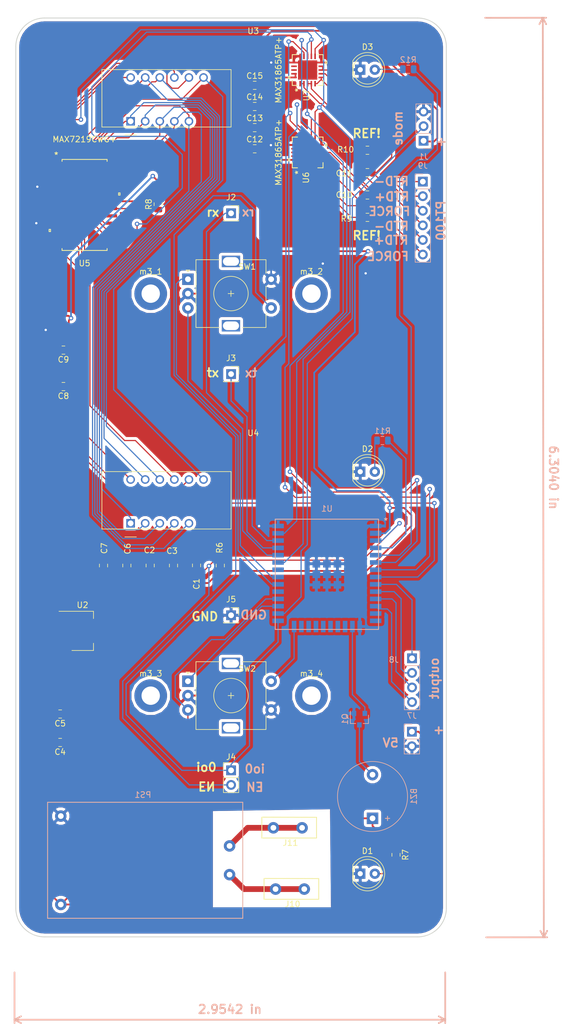
<source format=kicad_pcb>
(kicad_pcb (version 20171130) (host pcbnew 5.0.2+dfsg1-1)
  (layers (0 F.Cu signal) (31 B.Cu signal) (34 B.Paste user) (35 F.Paste user) (36 B.SilkS user) (37 F.SilkS user) (38 B.Mask user) (39 F.Mask user) (44 Edge.Cuts user))
  (net 0 "")
  (net 1 GND)
  (net 2 VDD)
  (net 3 /EN)
  (net 4 /cs1)
  (net 5 /cs2)
  (net 6 /cs3)
  (net 7 /e1_a)
  (net 8 /e1_b)
  (net 9 /e2_a)
  (net 10 /e2_b)
  (net 11 "Net-(U1-Pad17)")
  (net 12 "Net-(U1-Pad18)")
  (net 13 "Net-(U1-Pad19)")
  (net 14 "Net-(U1-Pad20)")
  (net 15 "Net-(U1-Pad21)")
  (net 16 "Net-(U1-Pad22)")
  (net 17 /mode)
  (net 18 /out4)
  (net 19 /out3)
  (net 20 "Net-(U1-Pad29)")
  (net 21 /out2)
  (net 22 /out1)
  (net 23 "Net-(U1-Pad32)")
  (net 24 /mosi)
  (net 25 /rx)
  (net 26 /tx)
  (net 27 /miso)
  (net 28 /sck)
  (net 29 /max7219/c1)
  (net 30 /max7219/c5)
  (net 31 "Net-(U5-Pad5)")
  (net 32 /max7219/c3)
  (net 33 /max7219/c4)
  (net 34 "Net-(U5-Pad8)")
  (net 35 /max7219/c6)
  (net 36 /max7219/c2)
  (net 37 /max7219/dA)
  (net 38 /max7219/dF)
  (net 39 /max7219/dB)
  (net 40 /max7219/dG)
  (net 41 "Net-(R8-Pad1)")
  (net 42 VCC)
  (net 43 /max7219/dC)
  (net 44 /max7219/dE)
  (net 45 /max7219/DP)
  (net 46 /max7219/dD)
  (net 47 "Net-(U5-Pad24)")
  (net 48 "Net-(R10-Pad1)")
  (net 49 "Net-(R10-Pad2)")
  (net 50 "Net-(J9-Pad3)")
  (net 51 "Net-(C11-Pad1)")
  (net 52 "Net-(C11-Pad2)")
  (net 53 "Net-(U7-Pad17)")
  (net 54 "Net-(U7-Pad18)")
  (net 55 "Net-(U6-Pad18)")
  (net 56 "Net-(U6-Pad17)")
  (net 57 "Net-(C10-Pad2)")
  (net 58 "Net-(C10-Pad1)")
  (net 59 "Net-(J9-Pad6)")
  (net 60 "Net-(R9-Pad2)")
  (net 61 "Net-(R9-Pad1)")
  (net 62 /led1)
  (net 63 /led2)
  (net 64 "Net-(D2-Pad2)")
  (net 65 "Net-(D3-Pad2)")
  (net 66 "Net-(D1-Pad2)")
  (net 67 /power/ac1)
  (net 68 /power/ac2)
  (net 69 "Net-(U1-Pad13)")
  (net 70 "Net-(U1-Pad14)")
  (net 71 "Net-(U1-Pad23)")
  (net 72 /IO2)
  (net 73 /IO0)
  (net 74 /buzzer)
  (net 75 "Net-(BZ1-Pad2)")
  (module Connector_PinHeader_2.54mm:PinHeader_1x02_P2.54mm_Vertical (layer F.Cu) (at 87.5 181)
    (fp_text reference J4 (at 0 -2.33) (layer F.SilkS))
    (fp_text value Conn_01x02)
    (pad 1 thru_hole rect (at 0 0) (size 1.7 1.7) (drill 1) (layers *.Cu *.Mask) (net 73 /IO0))
    (pad 2 thru_hole oval (at 0 2.54) (size 1.7 1.7) (drill 1) (layers *.Cu *.Mask) (net 3 /EN))
  )
  (module Connector_PinSocket_2.54mm:PinSocket_1x02_P2.54mm_Vertical (layer B.Cu) (at 118.999 174.2694 180)
    (fp_text reference J7 (at 0 2.77 180) (layer B.SilkS) (effects (justify mirror)))
    (fp_text value Conn_01x02)
    (pad 1 thru_hole rect (at 0 0 180) (size 1.7 1.7) (drill 1) (layers *.Cu *.Mask) (net 42 VCC))
    (pad 2 thru_hole oval (at 0 -2.54 180) (size 1.7 1.7) (drill 1) (layers *.Cu *.Mask) (net 1 GND))
  )
  (module Resistor_SMD:R_0805_2012Metric (layer F.Cu) (at 85.6234 145.3388 90)
    (fp_text reference R6 (at 3.0965 -0.127 90) (layer F.SilkS))
    (fp_text value 9.53k)
    (pad 2 smd roundrect (at 0.9375 0 90) (size 0.975 1.4) (layers F.Cu F.Paste F.Mask) (net 3 /EN))
    (pad 1 smd roundrect (at -0.9375 0 90) (size 0.975 1.4) (layers F.Cu F.Paste F.Mask) (net 2 VDD))
  )
  (module LED_THT:LED_D5.0mm (layer F.Cu) (at 110 129)
    (fp_text reference D2 (at 1.27 -3.96) (layer F.SilkS))
    (fp_text value LED)
    (pad 2 thru_hole circle (at 2.54 0) (size 1.8 1.8) (drill 0.9) (layers *.Cu *.Mask) (net 64 "Net-(D2-Pad2)"))
    (pad 1 thru_hole rect (at 0 0) (size 1.8 1.8) (drill 0.9) (layers *.Cu *.Mask) (net 1 GND))
  )
  (module oven2:MAX31865ATP+ (layer F.Cu) (at 100.838 73.406 90)
    (fp_text reference U6 (at -4.3942 -0.2794 90) (layer F.SilkS))
    (fp_text value MAX31865ATP+ (at 0 -5.08 90) (layer F.SilkS))
    (fp_text user * (at -3.4877 -1.625 90) (layer F.SilkS))
    (pad 21 smd rect (at 0 0 90) (size 3.3528 3.3528) (layers F.Cu F.Paste F.Mask) (net 1 GND))
    (pad 20 smd rect (at -1.3 -2.3725 90) (size 0.2756 0.960399) (layers F.Cu F.Paste F.Mask) (net 2 VDD))
    (pad 19 smd rect (at -0.649999 -2.3725 90) (size 0.2756 0.960399) (layers F.Cu F.Paste F.Mask) (net 2 VDD))
    (pad 18 smd rect (at 0 -2.3725 90) (size 0.2756 0.960399) (layers F.Cu F.Paste F.Mask) (net 55 "Net-(U6-Pad18)"))
    (pad 17 smd rect (at 0.649999 -2.3725 90) (size 0.2756 0.960399) (layers F.Cu F.Paste F.Mask) (net 56 "Net-(U6-Pad17)"))
    (pad 16 smd rect (at 1.3 -2.3725 90) (size 0.2756 0.960399) (layers F.Cu F.Paste F.Mask) (net 1 GND))
    (pad 15 smd rect (at 2.3725 -1.3 180) (size 0.2756 0.960399) (layers F.Cu F.Paste F.Mask) (net 1 GND))
    (pad 14 smd rect (at 2.3725 -0.649999 180) (size 0.2756 0.960399) (layers F.Cu F.Paste F.Mask) (net 27 /miso))
    (pad 13 smd rect (at 2.3725 0 180) (size 0.2756 0.960399) (layers F.Cu F.Paste F.Mask) (net 5 /cs2))
    (pad 12 smd rect (at 2.3725 0.649999 180) (size 0.2756 0.960399) (layers F.Cu F.Paste F.Mask) (net 28 /sck))
    (pad 11 smd rect (at 2.3725 1.3 180) (size 0.2756 0.960399) (layers F.Cu F.Paste F.Mask) (net 24 /mosi))
    (pad 10 smd rect (at 1.3 2.3725 90) (size 0.2756 0.960399) (layers F.Cu F.Paste F.Mask) (net 1 GND))
    (pad 9 smd rect (at 0.649999 2.3725 90) (size 0.2756 0.960399) (layers F.Cu F.Paste F.Mask) (net 57 "Net-(C10-Pad2)"))
    (pad 8 smd rect (at 0 2.3725 90) (size 0.2756 0.960399) (layers F.Cu F.Paste F.Mask) (net 57 "Net-(C10-Pad2)"))
    (pad 7 smd rect (at -0.649999 2.3725 90) (size 0.2756 0.960399) (layers F.Cu F.Paste F.Mask) (net 58 "Net-(C10-Pad1)"))
    (pad 6 smd rect (at -1.3 2.3725 90) (size 0.2756 0.960399) (layers F.Cu F.Paste F.Mask) (net 59 "Net-(J9-Pad6)"))
    (pad 5 smd rect (at -2.3725 1.3 180) (size 0.2756 0.960399) (layers F.Cu F.Paste F.Mask) (net 59 "Net-(J9-Pad6)"))
    (pad 4 smd rect (at -2.3725 0.649999 180) (size 0.2756 0.960399) (layers F.Cu F.Paste F.Mask) (net 60 "Net-(R9-Pad2)"))
    (pad 3 smd rect (at -2.3725 0 180) (size 0.2756 0.960399) (layers F.Cu F.Paste F.Mask) (net 60 "Net-(R9-Pad2)"))
    (pad 2 smd rect (at -2.3725 -0.649999 180) (size 0.2756 0.960399) (layers F.Cu F.Paste F.Mask) (net 61 "Net-(R9-Pad1)"))
    (pad 1 smd rect (at -2.3725 -1.3 180) (size 0.2756 0.960399) (layers F.Cu F.Paste F.Mask) (net 61 "Net-(R9-Pad1)"))
  )
  (module oven2:2831as (layer F.Cu) (at 87.5 129)
    (fp_text reference U4 (at 3.8608 -6.731) (layer F.SilkS))
    (fp_text value CC56-12EWA)
    (pad 12 thru_hole circle (at -17.5006 1.36144 90) (size 1.5 1.5) (drill 1) (layers *.Cu *.Mask) (net 33 /max7219/c4))
    (pad 11 thru_hole circle (at -14.9606 1.36144 90) (size 1.5 1.5) (drill 1) (layers *.Cu *.Mask) (net 37 /max7219/dA))
    (pad 10 thru_hole circle (at -12.4206 1.36144 90) (size 1.5 1.5) (drill 1) (layers *.Cu *.Mask) (net 38 /max7219/dF))
    (pad 9 thru_hole circle (at -9.8806 1.36144 90) (size 1.5 1.5) (drill 1) (layers *.Cu *.Mask) (net 30 /max7219/c5))
    (pad 8 thru_hole circle (at -7.3406 1.36144 90) (size 1.5 1.5) (drill 1) (layers *.Cu *.Mask) (net 35 /max7219/c6))
    (pad 7 thru_hole circle (at -4.8006 1.36144 90) (size 1.5 1.5) (drill 1) (layers *.Cu *.Mask) (net 39 /max7219/dB))
    (pad 5 thru_hole circle (at -7.3406 8.98144 90) (size 1.5 1.5) (drill 1) (layers *.Cu *.Mask) (net 40 /max7219/dG))
    (pad 4 thru_hole circle (at -9.8806 8.98144 90) (size 1.5 1.5) (drill 1) (layers *.Cu *.Mask) (net 43 /max7219/dC))
    (pad 3 thru_hole circle (at -12.4206 8.98144 90) (size 1.5 1.5) (drill 1) (layers *.Cu *.Mask) (net 45 /max7219/DP))
    (pad 2 thru_hole circle (at -14.9606 8.98144 90) (size 1.5 1.5) (drill 1) (layers *.Cu *.Mask) (net 46 /max7219/dD))
    (pad 1 thru_hole rect (at -17.5006 8.98144 90) (size 1.5 1.5) (drill 1) (layers *.Cu *.Mask) (net 44 /max7219/dE))
  )
  (module oven2:2831as (layer F.Cu) (at 87.5 59)
    (fp_text reference U3 (at 3.8608 -6.731) (layer F.SilkS))
    (fp_text value CC56-12EWA)
    (pad 12 thru_hole circle (at -17.5006 1.36144 90) (size 1.5 1.5) (drill 1) (layers *.Cu *.Mask) (net 29 /max7219/c1))
    (pad 11 thru_hole circle (at -14.9606 1.36144 90) (size 1.5 1.5) (drill 1) (layers *.Cu *.Mask) (net 37 /max7219/dA))
    (pad 10 thru_hole circle (at -12.4206 1.36144 90) (size 1.5 1.5) (drill 1) (layers *.Cu *.Mask) (net 38 /max7219/dF))
    (pad 9 thru_hole circle (at -9.8806 1.36144 90) (size 1.5 1.5) (drill 1) (layers *.Cu *.Mask) (net 36 /max7219/c2))
    (pad 8 thru_hole circle (at -7.3406 1.36144 90) (size 1.5 1.5) (drill 1) (layers *.Cu *.Mask) (net 32 /max7219/c3))
    (pad 7 thru_hole circle (at -4.8006 1.36144 90) (size 1.5 1.5) (drill 1) (layers *.Cu *.Mask) (net 39 /max7219/dB))
    (pad 5 thru_hole circle (at -7.3406 8.98144 90) (size 1.5 1.5) (drill 1) (layers *.Cu *.Mask) (net 40 /max7219/dG))
    (pad 4 thru_hole circle (at -9.8806 8.98144 90) (size 1.5 1.5) (drill 1) (layers *.Cu *.Mask) (net 43 /max7219/dC))
    (pad 3 thru_hole circle (at -12.4206 8.98144 90) (size 1.5 1.5) (drill 1) (layers *.Cu *.Mask) (net 45 /max7219/DP))
    (pad 2 thru_hole circle (at -14.9606 8.98144 90) (size 1.5 1.5) (drill 1) (layers *.Cu *.Mask) (net 46 /max7219/dD))
    (pad 1 thru_hole rect (at -17.5006 8.98144 90) (size 1.5 1.5) (drill 1) (layers *.Cu *.Mask) (net 44 /max7219/dE))
  )
  (module Buzzer_Beeper:Buzzer_12x9.5RM7.6 (layer B.Cu) (at 112.141 189.357 90)
    (fp_text reference BZ1 (at 3.8 7.2 90) (layer B.SilkS) (effects (justify mirror)))
    (fp_text value Buzzer)
    (fp_text user + (at -0.01 2.54 90) (layer B.SilkS) (effects (justify mirror)))
    (pad 1 thru_hole rect (at 0 0 90) (size 2 2) (drill 1) (layers *.Cu *.Mask) (net 2 VDD))
    (pad 2 thru_hole circle (at 7.6 0 90) (size 2 2) (drill 1) (layers *.Cu *.Mask) (net 75 "Net-(BZ1-Pad2)"))
  )
  (module Package_TO_SOT_SMD:SOT-23 (layer B.Cu) (at 109.855 172.085 270)
    (fp_text reference Q1 (at 0 2.5 270) (layer B.SilkS) (effects (justify mirror)))
    (fp_text value S8050)
    (pad 1 smd rect (at -1 0.95 270) (size 0.9 0.8) (layers B.Cu B.Paste B.Mask) (net 1 GND))
    (pad 2 smd rect (at -1 -0.95 270) (size 0.9 0.8) (layers B.Cu B.Paste B.Mask) (net 74 /buzzer))
    (pad 3 smd rect (at 1 0 270) (size 0.9 0.8) (layers B.Cu B.Paste B.Mask) (net 75 "Net-(BZ1-Pad2)"))
  )
  (module oven2:6.3mm (layer F.Cu) (at 95.25 201.676)
    (fp_text reference J10 (at 2.9718 2.6162) (layer F.SilkS))
    (fp_text value ac_in1)
    (pad 1 thru_hole circle (at 5 0) (size 2 2) (drill 1) (layers *.Cu *.Mask) (net 67 /power/ac1))
    (pad 1 thru_hole circle (at 0 0) (size 2 2) (drill 1) (layers *.Cu *.Mask) (net 67 /power/ac1))
  )
  (module oven2:6.3mm (layer F.Cu) (at 94.869 191.008)
    (fp_text reference J11 (at 2.9718 2.6162) (layer F.SilkS))
    (fp_text value ac_in2)
    (pad 1 thru_hole circle (at 5 0) (size 2 2) (drill 1) (layers *.Cu *.Mask) (net 68 /power/ac2))
    (pad 1 thru_hole circle (at 0 0) (size 2 2) (drill 1) (layers *.Cu *.Mask) (net 68 /power/ac2))
  )
  (module oven2:esp32-wroom-32u (layer B.Cu) (at 104.1908 146.8628 180)
    (fp_text reference U1 (at 0 11.43 180) (layer B.SilkS) (effects (justify mirror)))
    (fp_text value esp32-wroom-32u)
    (fp_text user * (at -10.2616 9.2964 180) (layer B.SilkS) (effects (justify mirror)))
    (pad 1 smd trapezoid (at -8.5 8.41 180) (size 2 0.8) (layers B.Cu B.Paste B.Mask) (net 1 GND))
    (pad 2 smd trapezoid (at -8.5 7.14 180) (size 2 0.9) (layers B.Cu B.Paste B.Mask) (net 2 VDD))
    (pad 3 smd trapezoid (at -8.5 5.87 180) (size 2 0.8) (layers B.Cu B.Paste B.Mask) (net 3 /EN))
    (pad 4 smd trapezoid (at -8.5 4.6 180) (size 2 0.8) (layers B.Cu B.Paste B.Mask) (net 62 /led1))
    (pad 5 smd trapezoid (at -8.5 3.33 180) (size 2 0.8) (layers B.Cu B.Paste B.Mask) (net 63 /led2))
    (pad 6 smd trapezoid (at -8.5 2.06 180) (size 2 0.8) (layers B.Cu B.Paste B.Mask) (net 4 /cs1))
    (pad 7 smd trapezoid (at -8.5 0.79 180) (size 2 0.8) (layers B.Cu B.Paste B.Mask) (net 5 /cs2))
    (pad 8 smd trapezoid (at -8.5 -0.48 180) (size 2 0.8) (layers B.Cu B.Paste B.Mask) (net 6 /cs3))
    (pad 9 smd trapezoid (at -8.5 -1.75 180) (size 2 0.8) (layers B.Cu B.Paste B.Mask) (net 22 /out1))
    (pad 10 smd trapezoid (at -8.5 -3.02 180) (size 2 0.8) (layers B.Cu B.Paste B.Mask) (net 21 /out2))
    (pad 11 smd trapezoid (at -8.5 -4.29 180) (size 2 0.8) (layers B.Cu B.Paste B.Mask) (net 19 /out3))
    (pad 12 smd trapezoid (at -8.5 -5.56 180) (size 2 0.8) (layers B.Cu B.Paste B.Mask) (net 18 /out4))
    (pad 13 smd trapezoid (at -8.5 -6.83 180) (size 2 0.8) (layers B.Cu B.Paste B.Mask) (net 69 "Net-(U1-Pad13)"))
    (pad 14 smd trapezoid (at -8.5 -8.1 180) (size 2 0.8) (layers B.Cu B.Paste B.Mask) (net 70 "Net-(U1-Pad14)"))
    (pad 15 smd trapezoid (at -5.715 -9.1 90) (size 2 0.8) (layers B.Cu B.Paste B.Mask) (net 1 GND))
    (pad 16 smd trapezoid (at -4.445 -9.1 90) (size 2 0.8) (layers B.Cu B.Paste B.Mask) (net 74 /buzzer))
    (pad 17 smd trapezoid (at -3.175 -9.1 90) (size 2 0.8) (layers B.Cu B.Paste B.Mask) (net 11 "Net-(U1-Pad17)"))
    (pad 18 smd trapezoid (at -1.905 -9.1 90) (size 2 0.8) (layers B.Cu B.Paste B.Mask) (net 12 "Net-(U1-Pad18)"))
    (pad 19 smd trapezoid (at -0.635 -9.1 90) (size 2 0.8) (layers B.Cu B.Paste B.Mask) (net 13 "Net-(U1-Pad19)"))
    (pad 20 smd trapezoid (at 0.635 -9.1 90) (size 2 0.8) (layers B.Cu B.Paste B.Mask) (net 14 "Net-(U1-Pad20)"))
    (pad 21 smd trapezoid (at 1.905 -9.1 90) (size 2 0.8) (layers B.Cu B.Paste B.Mask) (net 15 "Net-(U1-Pad21)"))
    (pad 22 smd trapezoid (at 3.175 -9.1 90) (size 2 0.8) (layers B.Cu B.Paste B.Mask) (net 16 "Net-(U1-Pad22)"))
    (pad 23 smd trapezoid (at 4.445 -9.1 90) (size 2 0.8) (layers B.Cu B.Paste B.Mask) (net 71 "Net-(U1-Pad23)"))
    (pad 24 smd trapezoid (at 5.715 -9.1 90) (size 2 0.8) (layers B.Cu B.Paste B.Mask) (net 72 /IO2))
    (pad 25 smd trapezoid (at 8.5 -8.1) (size 2 0.8) (layers B.Cu B.Paste B.Mask) (net 73 /IO0))
    (pad 26 smd trapezoid (at 8.5 -6.83) (size 2 0.8) (layers B.Cu B.Paste B.Mask) (net 17 /mode))
    (pad 27 smd trapezoid (at 8.5 -5.56) (size 2 0.8) (layers B.Cu B.Paste B.Mask) (net 10 /e2_b))
    (pad 28 smd trapezoid (at 8.5 -4.29) (size 2 0.8) (layers B.Cu B.Paste B.Mask) (net 9 /e2_a))
    (pad 29 smd trapezoid (at 8.5 -3.02) (size 2 0.8) (layers B.Cu B.Paste B.Mask) (net 20 "Net-(U1-Pad29)"))
    (pad 30 smd trapezoid (at 8.5 -1.75) (size 2 0.8) (layers B.Cu B.Paste B.Mask) (net 8 /e1_b))
    (pad 31 smd trapezoid (at 8.5 -0.48) (size 2 0.8) (layers B.Cu B.Paste B.Mask) (net 7 /e1_a))
    (pad 32 smd trapezoid (at 8.5 0.79) (size 2 0.8) (layers B.Cu B.Paste B.Mask) (net 23 "Net-(U1-Pad32)"))
    (pad 33 smd trapezoid (at 8.5 2.06) (size 2 0.8) (layers B.Cu B.Paste B.Mask) (net 24 /mosi))
    (pad 34 smd trapezoid (at 8.5 3.33) (size 2 0.8) (layers B.Cu B.Paste B.Mask) (net 25 /rx))
    (pad 35 smd trapezoid (at 8.5 4.6) (size 2 0.8) (layers B.Cu B.Paste B.Mask) (net 26 /tx))
    (pad 36 smd trapezoid (at 8.5 5.87) (size 2 0.8) (layers B.Cu B.Paste B.Mask) (net 27 /miso))
    (pad 37 smd trapezoid (at 8.5 7.14) (size 2 0.8) (layers B.Cu B.Paste B.Mask) (net 28 /sck))
    (pad 38 smd trapezoid (at 8.5 8.41) (size 2 0.8) (layers B.Cu B.Paste B.Mask) (net 1 GND))
    (pad 39 smd rect (at -1.835 1.835) (size 1.33 1.33) (layers B.Cu B.Paste B.Mask) (net 1 GND))
    (pad 39 smd rect (at 0 1.835) (size 1.33 1.33) (layers B.Cu B.Paste B.Mask) (net 1 GND))
    (pad 39 smd rect (at 1.835 1.835) (size 1.33 1.33) (layers B.Cu B.Paste B.Mask) (net 1 GND))
    (pad 39 smd rect (at -1.835 0) (size 1.33 1.33) (layers B.Cu B.Paste B.Mask) (net 1 GND))
    (pad 39 smd rect (at 0 0) (size 1.33 1.33) (layers B.Cu B.Paste B.Mask) (net 1 GND))
    (pad 39 smd rect (at 1.835 0) (size 1.33 1.33) (layers B.Cu B.Paste B.Mask) (net 1 GND))
    (pad 39 smd rect (at -1.835 -1.835) (size 1.33 1.33) (layers B.Cu B.Paste B.Mask) (net 1 GND))
    (pad 39 smd rect (at 0 -1.835) (size 1.33 1.33) (layers B.Cu B.Paste B.Mask) (net 1 GND))
    (pad 39 smd rect (at 1.835 -1.835) (size 1.33 1.33) (layers B.Cu B.Paste B.Mask) (net 1 GND))
  )
  (module oven2:MAX31865ATP+ (layer F.Cu) (at 100.838 59.055 90)
    (fp_text reference U7 (at -4.4196 -0.1778 90) (layer F.SilkS))
    (fp_text value MAX31865ATP+ (at 0 -5.08 90) (layer F.SilkS))
    (fp_text user * (at -3.4877 -1.625 90) (layer F.SilkS))
    (pad 21 smd rect (at 0 0 90) (size 3.3528 3.3528) (layers F.Cu F.Paste F.Mask) (net 1 GND))
    (pad 20 smd rect (at -1.3 -2.3725 90) (size 0.2756 0.960399) (layers F.Cu F.Paste F.Mask) (net 2 VDD))
    (pad 19 smd rect (at -0.649999 -2.3725 90) (size 0.2756 0.960399) (layers F.Cu F.Paste F.Mask) (net 2 VDD))
    (pad 18 smd rect (at 0 -2.3725 90) (size 0.2756 0.960399) (layers F.Cu F.Paste F.Mask) (net 54 "Net-(U7-Pad18)"))
    (pad 17 smd rect (at 0.649999 -2.3725 90) (size 0.2756 0.960399) (layers F.Cu F.Paste F.Mask) (net 53 "Net-(U7-Pad17)"))
    (pad 16 smd rect (at 1.3 -2.3725 90) (size 0.2756 0.960399) (layers F.Cu F.Paste F.Mask) (net 1 GND))
    (pad 15 smd rect (at 2.3725 -1.3 180) (size 0.2756 0.960399) (layers F.Cu F.Paste F.Mask) (net 1 GND))
    (pad 14 smd rect (at 2.3725 -0.649999 180) (size 0.2756 0.960399) (layers F.Cu F.Paste F.Mask) (net 27 /miso))
    (pad 13 smd rect (at 2.3725 0 180) (size 0.2756 0.960399) (layers F.Cu F.Paste F.Mask) (net 4 /cs1))
    (pad 12 smd rect (at 2.3725 0.649999 180) (size 0.2756 0.960399) (layers F.Cu F.Paste F.Mask) (net 28 /sck))
    (pad 11 smd rect (at 2.3725 1.3 180) (size 0.2756 0.960399) (layers F.Cu F.Paste F.Mask) (net 24 /mosi))
    (pad 10 smd rect (at 1.3 2.3725 90) (size 0.2756 0.960399) (layers F.Cu F.Paste F.Mask) (net 1 GND))
    (pad 9 smd rect (at 0.649999 2.3725 90) (size 0.2756 0.960399) (layers F.Cu F.Paste F.Mask) (net 52 "Net-(C11-Pad2)"))
    (pad 8 smd rect (at 0 2.3725 90) (size 0.2756 0.960399) (layers F.Cu F.Paste F.Mask) (net 52 "Net-(C11-Pad2)"))
    (pad 7 smd rect (at -0.649999 2.3725 90) (size 0.2756 0.960399) (layers F.Cu F.Paste F.Mask) (net 51 "Net-(C11-Pad1)"))
    (pad 6 smd rect (at -1.3 2.3725 90) (size 0.2756 0.960399) (layers F.Cu F.Paste F.Mask) (net 50 "Net-(J9-Pad3)"))
    (pad 5 smd rect (at -2.3725 1.3 180) (size 0.2756 0.960399) (layers F.Cu F.Paste F.Mask) (net 50 "Net-(J9-Pad3)"))
    (pad 4 smd rect (at -2.3725 0.649999 180) (size 0.2756 0.960399) (layers F.Cu F.Paste F.Mask) (net 49 "Net-(R10-Pad2)"))
    (pad 3 smd rect (at -2.3725 0 180) (size 0.2756 0.960399) (layers F.Cu F.Paste F.Mask) (net 49 "Net-(R10-Pad2)"))
    (pad 2 smd rect (at -2.3725 -0.649999 180) (size 0.2756 0.960399) (layers F.Cu F.Paste F.Mask) (net 48 "Net-(R10-Pad1)"))
    (pad 1 smd rect (at -2.3725 -1.3 180) (size 0.2756 0.960399) (layers F.Cu F.Paste F.Mask) (net 48 "Net-(R10-Pad1)"))
  )
  (module oven2:HLK-5M05 (layer B.Cu) (at 89.535 186.563 180)
    (fp_text reference PS1 (at 17.399 1.2954 180) (layer B.SilkS) (effects (justify mirror)))
    (fp_text value TMLM05105)
    (pad 2 thru_hole circle (at 31.7 -17.8 180) (size 2 2) (drill 1) (layers *.Cu *.Mask) (net 42 VCC))
    (pad 1 thru_hole circle (at 31.7 -2.4 180) (size 2 2) (drill 1) (layers *.Cu *.Mask) (net 1 GND))
    (pad 3 thru_hole circle (at 2.3 -12.6 180) (size 2 2) (drill 1) (layers *.Cu *.Mask) (net 67 /power/ac1))
    (pad 4 thru_hole circle (at 2.3 -7.6 180) (size 2 2) (drill 1) (layers *.Cu *.Mask) (net 68 /power/ac2))
  )
  (module oven2:RotaryEncoder_Alps_EC11E-Switch_Vertical_H20mm (layer F.Cu) (at 87.5 98)
    (fp_text reference SW1 (at 2.8 -4.7) (layer F.SilkS))
    (fp_text value Rotary_Encoder_Switch)
    (pad S1 thru_hole circle (at 6.9816 2.4854) (size 2 2) (drill 1) (layers *.Cu *.Mask) (net 73 /IO0))
    (pad S2 thru_hole circle (at 6.9816 -2.5146) (size 2 2) (drill 1) (layers *.Cu *.Mask) (net 1 GND))
    (pad MP thru_hole rect (at -0.0184 5.5854) (size 3.2 2) (drill oval 2.8 1.5) (layers *.Cu *.Mask))
    (pad MP thru_hole rect (at -0.0184 -5.6146) (size 3.2 2) (drill oval 2.8 1.5) (layers *.Cu *.Mask))
    (pad B thru_hole circle (at -7.5184 2.4854) (size 2 2) (drill 1) (layers *.Cu *.Mask) (net 7 /e1_a))
    (pad C thru_hole circle (at -7.5184 -0.0146) (size 2 2) (drill 1) (layers *.Cu *.Mask) (net 1 GND))
    (pad A thru_hole rect (at -7.5184 -2.5146) (size 2 2) (drill 1) (layers *.Cu *.Mask) (net 8 /e1_b))
  )
  (module oven2:RotaryEncoder_Alps_EC11E-Switch_Vertical_H20mm (layer F.Cu) (at 87.5 168)
    (fp_text reference SW2 (at 2.8 -4.7) (layer F.SilkS))
    (fp_text value Rotary_Encoder_Switch)
    (pad S1 thru_hole circle (at 6.9816 2.4854) (size 2 2) (drill 1) (layers *.Cu *.Mask) (net 1 GND))
    (pad S2 thru_hole circle (at 6.9816 -2.5146) (size 2 2) (drill 1) (layers *.Cu *.Mask) (net 72 /IO2))
    (pad MP thru_hole rect (at -0.0184 5.5854) (size 3.2 2) (drill oval 2.8 1.5) (layers *.Cu *.Mask))
    (pad MP thru_hole rect (at -0.0184 -5.6146) (size 3.2 2) (drill oval 2.8 1.5) (layers *.Cu *.Mask))
    (pad B thru_hole circle (at -7.5184 2.4854) (size 2 2) (drill 1) (layers *.Cu *.Mask) (net 9 /e2_a))
    (pad C thru_hole circle (at -7.5184 -0.0146) (size 2 2) (drill 1) (layers *.Cu *.Mask) (net 1 GND))
    (pad A thru_hole rect (at -7.5184 -2.5146) (size 2 2) (drill 1) (layers *.Cu *.Mask) (net 10 /e2_b))
  )
  (module LED_THT:LED_D5.0mm (layer F.Cu) (at 110 199)
    (fp_text reference D1 (at 1.27 -3.96) (layer F.SilkS))
    (fp_text value LED)
    (pad 2 thru_hole circle (at 2.54 0) (size 1.8 1.8) (drill 0.9) (layers *.Cu *.Mask) (net 66 "Net-(D1-Pad2)"))
    (pad 1 thru_hole rect (at 0 0) (size 1.8 1.8) (drill 0.9) (layers *.Cu *.Mask) (net 1 GND))
  )
  (module LED_THT:LED_D5.0mm (layer F.Cu) (at 110 59)
    (fp_text reference D3 (at 1.27 -3.96) (layer F.SilkS))
    (fp_text value LED)
    (pad 2 thru_hole circle (at 2.54 0) (size 1.8 1.8) (drill 0.9) (layers *.Cu *.Mask) (net 65 "Net-(D3-Pad2)"))
    (pad 1 thru_hole rect (at 0 0) (size 1.8 1.8) (drill 0.9) (layers *.Cu *.Mask) (net 1 GND))
  )
  (module Resistor_SMD:R_0805_2012Metric (layer B.Cu) (at 118.364 58.928 180)
    (fp_text reference R12 (at 0 1.65 180) (layer B.SilkS) (effects (justify mirror)))
    (fp_text value 68r)
    (pad 2 smd roundrect (at 0.9375 0 180) (size 0.975 1.4) (layers B.Cu B.Paste B.Mask) (net 65 "Net-(D3-Pad2)"))
    (pad 1 smd roundrect (at -0.9375 0 180) (size 0.975 1.4) (layers B.Cu B.Paste B.Mask) (net 63 /led2))
  )
  (module Resistor_SMD:R_0805_2012Metric (layer B.Cu) (at 113.8705 123.571 180)
    (fp_text reference R11 (at 0 1.65 180) (layer B.SilkS) (effects (justify mirror)))
    (fp_text value 68r)
    (pad 2 smd roundrect (at 0.9375 0 180) (size 0.975 1.4) (layers B.Cu B.Paste B.Mask) (net 64 "Net-(D2-Pad2)"))
    (pad 1 smd roundrect (at -0.9375 0 180) (size 0.975 1.4) (layers B.Cu B.Paste B.Mask) (net 62 /led1))
  )
  (module Connector_PinSocket_2.54mm:PinSocket_1x03_P2.54mm_Vertical (layer B.Cu) (at 121.031 71.374)
    (fp_text reference J1 (at 0 2.77) (layer B.SilkS) (effects (justify mirror)))
    (fp_text value mode)
    (pad 3 thru_hole oval (at 0 -5.08) (size 1.7 1.7) (drill 1) (layers *.Cu *.Mask) (net 1 GND))
    (pad 2 thru_hole oval (at 0 -2.54) (size 1.7 1.7) (drill 1) (layers *.Cu *.Mask) (net 17 /mode))
    (pad 1 thru_hole rect (at 0 0) (size 1.7 1.7) (drill 1) (layers *.Cu *.Mask) (net 2 VDD))
  )
  (module Capacitor_SMD:C_0805_2012Metric (layer F.Cu) (at 111.252 80.814332)
    (fp_text reference C10 (at -4.048571 -0.017864) (layer F.SilkS))
    (fp_text value 100nf)
    (pad 2 smd roundrect (at 0.9375 0) (size 0.975 1.4) (layers F.Cu F.Paste F.Mask) (net 57 "Net-(C10-Pad2)"))
    (pad 1 smd roundrect (at -0.9375 0) (size 0.975 1.4) (layers F.Cu F.Paste F.Mask) (net 58 "Net-(C10-Pad1)"))
  )
  (module Capacitor_SMD:C_0805_2012Metric (layer F.Cu) (at 73.406 145.3365 270)
    (fp_text reference C2 (at -2.667 0.127 180) (layer F.SilkS))
    (fp_text value 10uf)
    (pad 2 smd roundrect (at 0.9375 0 270) (size 0.975 1.4) (layers F.Cu F.Paste F.Mask) (net 2 VDD))
    (pad 1 smd roundrect (at -0.9375 0 270) (size 0.975 1.4) (layers F.Cu F.Paste F.Mask) (net 1 GND))
  )
  (module Capacitor_SMD:C_0805_2012Metric (layer F.Cu) (at 77.47 145.3365 90)
    (fp_text reference C3 (at 2.54 -0.254 180) (layer F.SilkS))
    (fp_text value 100nf)
    (pad 2 smd roundrect (at 0.9375 0 90) (size 0.975 1.4) (layers F.Cu F.Paste F.Mask) (net 1 GND))
    (pad 1 smd roundrect (at -0.9375 0 90) (size 0.975 1.4) (layers F.Cu F.Paste F.Mask) (net 2 VDD))
  )
  (module Capacitor_SMD:C_0805_2012Metric (layer F.Cu) (at 57.726191 176.143641 180)
    (fp_text reference C4 (at 0 -1.65 180) (layer F.SilkS))
    (fp_text value 10uf)
    (pad 2 smd roundrect (at 0.9375 0 180) (size 0.975 1.4) (layers F.Cu F.Paste F.Mask) (net 1 GND))
    (pad 1 smd roundrect (at -0.9375 0 180) (size 0.975 1.4) (layers F.Cu F.Paste F.Mask) (net 42 VCC))
  )
  (module Capacitor_SMD:C_0805_2012Metric (layer F.Cu) (at 57.726191 171.190641 180)
    (fp_text reference C5 (at 0 -1.65 180) (layer F.SilkS))
    (fp_text value 10uf)
    (pad 2 smd roundrect (at 0.9375 0 180) (size 0.975 1.4) (layers F.Cu F.Paste F.Mask) (net 1 GND))
    (pad 1 smd roundrect (at -0.9375 0 180) (size 0.975 1.4) (layers F.Cu F.Paste F.Mask) (net 42 VCC))
  )
  (module Capacitor_SMD:C_0805_2012Metric (layer F.Cu) (at 69.342 145.3365 90)
    (fp_text reference C6 (at 2.921 0.127 90) (layer F.SilkS))
    (fp_text value 10uf)
    (pad 2 smd roundrect (at 0.9375 0 90) (size 0.975 1.4) (layers F.Cu F.Paste F.Mask) (net 1 GND))
    (pad 1 smd roundrect (at -0.9375 0 90) (size 0.975 1.4) (layers F.Cu F.Paste F.Mask) (net 2 VDD))
  )
  (module Capacitor_SMD:C_0805_2012Metric (layer F.Cu) (at 65.278 145.3365 90)
    (fp_text reference C7 (at 2.9995 0.127 90) (layer F.SilkS))
    (fp_text value 10uf)
    (pad 2 smd roundrect (at 0.9375 0 90) (size 0.975 1.4) (layers F.Cu F.Paste F.Mask) (net 1 GND))
    (pad 1 smd roundrect (at -0.9375 0 90) (size 0.975 1.4) (layers F.Cu F.Paste F.Mask) (net 2 VDD))
  )
  (module Capacitor_SMD:C_0805_2012Metric (layer F.Cu) (at 58.293 114.173 180)
    (fp_text reference C8 (at 0 -1.65 180) (layer F.SilkS))
    (fp_text value 10uf)
    (pad 2 smd roundrect (at 0.9375 0 180) (size 0.975 1.4) (layers F.Cu F.Paste F.Mask) (net 1 GND))
    (pad 1 smd roundrect (at -0.9375 0 180) (size 0.975 1.4) (layers F.Cu F.Paste F.Mask) (net 42 VCC))
  )
  (module Capacitor_SMD:C_0805_2012Metric (layer F.Cu) (at 58.293 107.823 180)
    (fp_text reference C9 (at 0 -1.65 180) (layer F.SilkS))
    (fp_text value 100nf)
    (pad 2 smd roundrect (at 0.9375 0 180) (size 0.975 1.4) (layers F.Cu F.Paste F.Mask) (net 1 GND))
    (pad 1 smd roundrect (at -0.9375 0 180) (size 0.975 1.4) (layers F.Cu F.Paste F.Mask) (net 42 VCC))
  )
  (module Capacitor_SMD:C_0805_2012Metric (layer F.Cu) (at 111.252 76.919666)
    (fp_text reference C11 (at -4.048571 0.127) (layer F.SilkS))
    (fp_text value 100nf)
    (pad 2 smd roundrect (at 0.9375 0) (size 0.975 1.4) (layers F.Cu F.Paste F.Mask) (net 52 "Net-(C11-Pad2)"))
    (pad 1 smd roundrect (at -0.9375 0) (size 0.975 1.4) (layers F.Cu F.Paste F.Mask) (net 51 "Net-(C11-Pad1)"))
  )
  (module Capacitor_SMD:C_0805_2012Metric (layer F.Cu) (at 91.6155 72.771)
    (fp_text reference C12 (at 0 -1.65) (layer F.SilkS))
    (fp_text value 100nf)
    (pad 2 smd roundrect (at 0.9375 0) (size 0.975 1.4) (layers F.Cu F.Paste F.Mask) (net 2 VDD))
    (pad 1 smd roundrect (at -0.9375 0) (size 0.975 1.4) (layers F.Cu F.Paste F.Mask) (net 1 GND))
  )
  (module Capacitor_SMD:C_0805_2012Metric (layer F.Cu) (at 91.6155 69.088)
    (fp_text reference C13 (at 0 -1.65) (layer F.SilkS))
    (fp_text value 100nf)
    (pad 2 smd roundrect (at 0.9375 0) (size 0.975 1.4) (layers F.Cu F.Paste F.Mask) (net 2 VDD))
    (pad 1 smd roundrect (at -0.9375 0) (size 0.975 1.4) (layers F.Cu F.Paste F.Mask) (net 1 GND))
  )
  (module Capacitor_SMD:C_0805_2012Metric (layer F.Cu) (at 91.6155 65.405)
    (fp_text reference C14 (at 0 -1.65) (layer F.SilkS))
    (fp_text value 100nf)
    (pad 2 smd roundrect (at 0.9375 0) (size 0.975 1.4) (layers F.Cu F.Paste F.Mask) (net 2 VDD))
    (pad 1 smd roundrect (at -0.9375 0) (size 0.975 1.4) (layers F.Cu F.Paste F.Mask) (net 1 GND))
  )
  (module Capacitor_SMD:C_0805_2012Metric (layer F.Cu) (at 91.6155 61.722)
    (fp_text reference C15 (at 0 -1.65) (layer F.SilkS))
    (fp_text value 100nf)
    (pad 2 smd roundrect (at 0.9375 0) (size 0.975 1.4) (layers F.Cu F.Paste F.Mask) (net 2 VDD))
    (pad 1 smd roundrect (at -0.9375 0) (size 0.975 1.4) (layers F.Cu F.Paste F.Mask) (net 1 GND))
  )
  (module Capacitor_SMD:C_0805_2012Metric (layer F.Cu) (at 81.4832 145.3157 270)
    (fp_text reference C1 (at 3.2235 0 270) (layer F.SilkS))
    (fp_text value 100nf)
    (pad 2 smd roundrect (at 0.9375 0 270) (size 0.975 1.4) (layers F.Cu F.Paste F.Mask) (net 3 /EN))
    (pad 1 smd roundrect (at -0.9375 0 270) (size 0.975 1.4) (layers F.Cu F.Paste F.Mask) (net 1 GND))
  )
  (module Connector_PinHeader_2.54mm:PinHeader_1x04_P2.54mm_Vertical (layer B.Cu) (at 119.0244 161.4932 180)
    (fp_text reference J8 (at 3.175 -0.254 180) (layer B.SilkS) (effects (justify mirror)))
    (fp_text value output)
    (pad 4 thru_hole oval (at 0 -7.62 180) (size 1.7 1.7) (drill 1) (layers *.Cu *.Mask) (net 18 /out4))
    (pad 3 thru_hole oval (at 0 -5.08 180) (size 1.7 1.7) (drill 1) (layers *.Cu *.Mask) (net 19 /out3))
    (pad 2 thru_hole oval (at 0 -2.54 180) (size 1.7 1.7) (drill 1) (layers *.Cu *.Mask) (net 21 /out2))
    (pad 1 thru_hole rect (at 0 0 180) (size 1.7 1.7) (drill 1) (layers *.Cu *.Mask) (net 22 /out1))
  )
  (module Connector_PinSocket_2.54mm:PinSocket_1x01_P2.54mm_Vertical (layer F.Cu) (at 87.5 84)
    (fp_text reference J2 (at 0 -2.77) (layer F.SilkS))
    (fp_text value rx)
    (pad 1 thru_hole rect (at 0 0) (size 1.7 1.7) (drill 1) (layers *.Cu *.Mask) (net 25 /rx))
  )
  (module Connector_PinSocket_2.54mm:PinSocket_1x01_P2.54mm_Vertical (layer F.Cu) (at 87.5 154)
    (fp_text reference J5 (at 0 -2.77) (layer F.SilkS))
    (fp_text value io0)
    (pad 1 thru_hole rect (at 0 0) (size 1.7 1.7) (drill 1) (layers *.Cu *.Mask) (net 1 GND))
  )
  (module Connector_PinSocket_2.54mm:PinSocket_1x01_P2.54mm_Vertical (layer F.Cu) (at 87.5 112)
    (fp_text reference J3 (at 0 -2.77) (layer F.SilkS))
    (fp_text value tx)
    (pad 1 thru_hole rect (at 0 0) (size 1.7 1.7) (drill 1) (layers *.Cu *.Mask) (net 26 /tx))
  )
  (module Connector_PinSocket_2.54mm:PinSocket_1x06_P2.54mm_Vertical (layer B.Cu) (at 120.904 78.486 180)
    (fp_text reference J9 (at 0 2.77 180) (layer B.SilkS) (effects (justify mirror)))
    (fp_text value Conn_01x06)
    (pad 6 thru_hole oval (at 0 -12.7 180) (size 1.7 1.7) (drill 1) (layers *.Cu *.Mask) (net 59 "Net-(J9-Pad6)"))
    (pad 5 thru_hole oval (at 0 -10.16 180) (size 1.7 1.7) (drill 1) (layers *.Cu *.Mask) (net 58 "Net-(C10-Pad1)"))
    (pad 4 thru_hole oval (at 0 -7.62 180) (size 1.7 1.7) (drill 1) (layers *.Cu *.Mask) (net 57 "Net-(C10-Pad2)"))
    (pad 3 thru_hole oval (at 0 -5.08 180) (size 1.7 1.7) (drill 1) (layers *.Cu *.Mask) (net 50 "Net-(J9-Pad3)"))
    (pad 2 thru_hole oval (at 0 -2.54 180) (size 1.7 1.7) (drill 1) (layers *.Cu *.Mask) (net 51 "Net-(C11-Pad1)"))
    (pad 1 thru_hole rect (at 0 0 180) (size 1.7 1.7) (drill 1) (layers *.Cu *.Mask) (net 52 "Net-(C11-Pad2)"))
  )
  (module Package_TO_SOT_SMD:SOT-223-3_TabPin2 (layer F.Cu) (at 61.62 156.718)
    (fp_text reference U2 (at 0 -4.5) (layer F.SilkS))
    (fp_text value AMS1117-3.3)
    (pad 1 smd rect (at -3.15 -2.3) (size 2 1.5) (layers F.Cu F.Paste F.Mask) (net 1 GND))
    (pad 3 smd rect (at -3.15 2.3) (size 2 1.5) (layers F.Cu F.Paste F.Mask) (net 42 VCC))
    (pad 2 smd rect (at -3.15 0) (size 2 1.5) (layers F.Cu F.Paste F.Mask) (net 2 VDD))
    (pad 2 smd rect (at 3.15 0) (size 2 3.8) (layers F.Cu F.Paste F.Mask) (net 2 VDD))
  )
  (module Resistor_SMD:R_0805_2012Metric (layer F.Cu) (at 74.803 82.423 90)
    (fp_text reference R8 (at 0 -1.65 90) (layer F.SilkS))
    (fp_text value 9.53k)
    (pad 2 smd roundrect (at 0.9375 0 90) (size 0.975 1.4) (layers F.Cu F.Paste F.Mask) (net 42 VCC))
    (pad 1 smd roundrect (at -0.9375 0 90) (size 0.975 1.4) (layers F.Cu F.Paste F.Mask) (net 41 "Net-(R8-Pad1)"))
  )
  (module Resistor_SMD:R_0805_2012Metric (layer F.Cu) (at 111.252 84.709)
    (fp_text reference R9 (at -3.667571 0.227202) (layer F.SilkS))
    (fp_text value 430)
    (pad 2 smd roundrect (at 0.9375 0) (size 0.975 1.4) (layers F.Cu F.Paste F.Mask) (net 60 "Net-(R9-Pad2)"))
    (pad 1 smd roundrect (at -0.9375 0) (size 0.975 1.4) (layers F.Cu F.Paste F.Mask) (net 61 "Net-(R9-Pad1)"))
  )
  (module Resistor_SMD:R_0805_2012Metric (layer F.Cu) (at 111.252 73.025)
    (fp_text reference R10 (at -3.794571 -0.127) (layer F.SilkS))
    (fp_text value 430)
    (pad 2 smd roundrect (at 0.9375 0) (size 0.975 1.4) (layers F.Cu F.Paste F.Mask) (net 49 "Net-(R10-Pad2)"))
    (pad 1 smd roundrect (at -0.9375 0) (size 0.975 1.4) (layers F.Cu F.Paste F.Mask) (net 48 "Net-(R10-Pad1)"))
  )
  (module Resistor_SMD:R_0805_2012Metric (layer F.Cu) (at 116.2304 195.707 270)
    (fp_text reference R7 (at 0 -1.65 270) (layer F.SilkS))
    (fp_text value 68r)
    (pad 2 smd roundrect (at 0.9375 0 270) (size 0.975 1.4) (layers F.Cu F.Paste F.Mask) (net 66 "Net-(D1-Pad2)"))
    (pad 1 smd roundrect (at -0.9375 0 270) (size 0.975 1.4) (layers F.Cu F.Paste F.Mask) (net 2 VDD))
  )
  (module oven2:MAX7219CWG+ (layer F.Cu) (at 61.976 82.55)
    (fp_text reference U5 (at 0 10.16 180) (layer F.SilkS))
    (fp_text value MAX7219CWG+ (at 0 -11.43 180) (layer F.SilkS))
    (fp_text user * (at -4.9403 -8.6706) (layer F.SilkS))
    (pad 1 smd rect (at -4.6863 -6.985) (size 1.969999 0.5426) (layers F.Cu F.Paste F.Mask) (net 24 /mosi))
    (pad 2 smd rect (at -4.6863 -5.715) (size 1.969999 0.5426) (layers F.Cu F.Paste F.Mask) (net 29 /max7219/c1))
    (pad 3 smd rect (at -4.6863 -4.445) (size 1.969999 0.5426) (layers F.Cu F.Paste F.Mask) (net 30 /max7219/c5))
    (pad 4 smd rect (at -4.6863 -3.175) (size 1.969999 0.5426) (layers F.Cu F.Paste F.Mask) (net 1 GND))
    (pad 5 smd rect (at -4.6863 -1.905) (size 1.969999 0.5426) (layers F.Cu F.Paste F.Mask) (net 31 "Net-(U5-Pad5)"))
    (pad 6 smd rect (at -4.6863 -0.635) (size 1.969999 0.5426) (layers F.Cu F.Paste F.Mask) (net 32 /max7219/c3))
    (pad 7 smd rect (at -4.6863 0.635) (size 1.969999 0.5426) (layers F.Cu F.Paste F.Mask) (net 33 /max7219/c4))
    (pad 8 smd rect (at -4.6863 1.905) (size 1.969999 0.5426) (layers F.Cu F.Paste F.Mask) (net 34 "Net-(U5-Pad8)"))
    (pad 9 smd rect (at -4.6863 3.175) (size 1.969999 0.5426) (layers F.Cu F.Paste F.Mask) (net 1 GND))
    (pad 10 smd rect (at -4.6863 4.445) (size 1.969999 0.5426) (layers F.Cu F.Paste F.Mask) (net 35 /max7219/c6))
    (pad 11 smd rect (at -4.6863 5.715) (size 1.969999 0.5426) (layers F.Cu F.Paste F.Mask) (net 36 /max7219/c2))
    (pad 12 smd rect (at -4.6863 6.985) (size 1.969999 0.5426) (layers F.Cu F.Paste F.Mask) (net 6 /cs3))
    (pad 13 smd rect (at 4.6863 6.985) (size 1.969999 0.5426) (layers F.Cu F.Paste F.Mask) (net 28 /sck))
    (pad 14 smd rect (at 4.6863 5.715) (size 1.969999 0.5426) (layers F.Cu F.Paste F.Mask) (net 37 /max7219/dA))
    (pad 15 smd rect (at 4.6863 4.445) (size 1.969999 0.5426) (layers F.Cu F.Paste F.Mask) (net 38 /max7219/dF))
    (pad 16 smd rect (at 4.6863 3.175) (size 1.969999 0.5426) (layers F.Cu F.Paste F.Mask) (net 39 /max7219/dB))
    (pad 17 smd rect (at 4.6863 1.905) (size 1.969999 0.5426) (layers F.Cu F.Paste F.Mask) (net 40 /max7219/dG))
    (pad 18 smd rect (at 4.6863 0.635) (size 1.969999 0.5426) (layers F.Cu F.Paste F.Mask) (net 41 "Net-(R8-Pad1)"))
    (pad 19 smd rect (at 4.6863 -0.635) (size 1.969999 0.5426) (layers F.Cu F.Paste F.Mask) (net 42 VCC))
    (pad 20 smd rect (at 4.6863 -1.905) (size 1.969999 0.5426) (layers F.Cu F.Paste F.Mask) (net 43 /max7219/dC))
    (pad 21 smd rect (at 4.6863 -3.175) (size 1.969999 0.5426) (layers F.Cu F.Paste F.Mask) (net 44 /max7219/dE))
    (pad 22 smd rect (at 4.6863 -4.445) (size 1.969999 0.5426) (layers F.Cu F.Paste F.Mask) (net 45 /max7219/DP))
    (pad 23 smd rect (at 4.6863 -5.715) (size 1.969999 0.5426) (layers F.Cu F.Paste F.Mask) (net 46 /max7219/dD))
    (pad 24 smd rect (at 4.6863 -6.985) (size 1.969999 0.5426) (layers F.Cu F.Paste F.Mask) (net 47 "Net-(U5-Pad24)"))
  )
  (module MountingHole:MountingHole_3.2mm_M3_ISO7380_Pad (layer F.Cu) (at 73.5 98)
    (fp_text reference m3_1 (at 0 -3.85) (layer F.SilkS))
    (fp_text value M3)
    (pad 1 thru_hole circle (at 0 0) (size 5.7 5.7) (drill 3.2) (layers *.Cu *.Mask))
  )
  (module MountingHole:MountingHole_3.2mm_M3_ISO7380_Pad (layer F.Cu) (at 101.5 98)
    (fp_text reference m3_2 (at 0 -3.85) (layer F.SilkS))
    (fp_text value M3)
    (pad 1 thru_hole circle (at 0 0) (size 5.7 5.7) (drill 3.2) (layers *.Cu *.Mask))
  )
  (module MountingHole:MountingHole_3.2mm_M3_ISO7380_Pad (layer F.Cu) (at 73.5 168)
    (fp_text reference m3_3 (at 0 -3.85) (layer F.SilkS))
    (fp_text value M3)
    (pad 1 thru_hole circle (at 0 0) (size 5.7 5.7) (drill 3.2) (layers *.Cu *.Mask))
  )
  (module MountingHole:MountingHole_3.2mm_M3_ISO7380_Pad (layer F.Cu) (at 101.5 168)
    (fp_text reference m3_4 (at 0 -3.85) (layer F.SilkS))
    (fp_text value M3)
    (pad 1 thru_hole circle (at 0 0) (size 5.7 5.7) (drill 3.2) (layers *.Cu *.Mask))
  )
  (dimension 75.037807 (width 0.3) (layer B.SilkS) (gr_text "75.038 mm" (at 87.291128 226.519644) (layer B.SilkS) (effects (font (size 1.5 1.5) (thickness 0.3)))) (feature1 (pts (xy 124.810032 216.190044) (xy 124.810032 225.006065))) (feature2 (pts (xy 49.772225 216.190044) (xy 49.772225 225.006065))) (crossbar (pts (xy 49.772225 224.419644) (xy 124.810032 224.419644))) (arrow1a (pts (xy 124.810032 224.419644) (xy 123.683528 225.006065))) (arrow1b (pts (xy 124.810032 224.419644) (xy 123.683528 223.833223))) (arrow2a (pts (xy 49.772225 224.419644) (xy 50.898729 225.006065))) (arrow2b (pts (xy 49.772225 224.419644) (xy 50.898729 223.833223))))
  (dimension 160.121699 (width 0.3) (layer B.SilkS) (gr_text "160.122 mm" (at 143.990721 130.009127 270.0636216) (layer B.SilkS) (effects (font (size 1.5 1.5) (thickness 0.3)))) (feature1 (pts (xy 131.946465 210.0834) (xy 142.566042 210.071608))) (feature2 (pts (xy 131.768665 49.9618) (xy 142.388242 49.950008))) (crossbar (pts (xy 141.801822 49.950659) (xy 141.979622 210.072259))) (arrow1a (pts (xy 141.979622 210.072259) (xy 141.391951 208.946407))) (arrow1b (pts (xy 141.979622 210.072259) (xy 142.564792 208.945105))) (arrow2a (pts (xy 141.801822 49.950659) (xy 141.216652 51.077813))) (arrow2b (pts (xy 141.801822 49.950659) (xy 142.389493 51.076511))))
  (gr_text EN (at 91.6432 183.7944 180) (layer B.SilkS) (effects (font (size 1.5 1.5) (thickness 0.3))))
  (gr_text EN (at 83.2612 183.7436 180) (layer F.SilkS) (effects (font (size 1.5 1.5) (thickness 0.3)) (justify mirror)))
  (gr_text io0 (at 91.6432 180.7464) (layer B.SilkS) (effects (font (size 1.5 1.5) (thickness 0.3)) (justify mirror)))
  (gr_text GND (at 91.44 153.9494) (layer B.SilkS) (effects (font (size 1.5 1.5) (thickness 0.3)) (justify mirror)))
  (gr_text tx (at 90.9828 111.7854) (layer B.SilkS) (effects (font (size 1.5 1.5) (thickness 0.3)) (justify mirror)))
  (gr_text rx (at 90.5002 83.7692) (layer B.SilkS) (effects (font (size 1.5 1.5) (thickness 0.3)) (justify mirror)))
  (gr_text 5V (at 115.2906 176.2252) (layer B.SilkS) (effects (font (size 1.5 1.5) (thickness 0.3)) (justify mirror)))
  (gr_text RTD+ (at 115.5192 81.1022) (layer B.SilkS) (effects (font (size 1.5 1.5) (thickness 0.3)) (justify mirror)))
  (gr_text RTD+ (at 115.5192 81.1276) (layer B.SilkS) (effects (font (size 1.5 1.5) (thickness 0.3)) (justify mirror)))
  (gr_text RTD+ (at 115.3668 88.6968) (layer B.SilkS) (effects (font (size 1.5 1.5) (thickness 0.3)) (justify mirror)))
  (gr_text FORCE (at 115.0874 83.6676) (layer B.SilkS) (effects (font (size 1.5 1.5) (thickness 0.3)) (justify mirror)))
  (gr_text RTD- (at 115.443 78.4352) (layer B.SilkS) (effects (font (size 1.5 1.5) (thickness 0.3)) (justify mirror)))
  (gr_text FORCE (at 114.8334 91.5162) (layer B.SilkS) (effects (font (size 1.5 1.5) (thickness 0.3)) (justify mirror)))
  (gr_text RTD- (at 115.443 86.2584) (layer B.SilkS) (effects (font (size 1.5 1.5) (thickness 0.3)) (justify mirror)))
  (gr_text + (at 124.1552 71.4756) (layer B.SilkS) (effects (font (size 1.5 1.5) (thickness 0.3)) (justify mirror)))
  (gr_text + (at 123.6726 173.9392) (layer B.SilkS) (effects (font (size 1.5 1.5) (thickness 0.3)) (justify mirror)))
  (gr_text output (at 122.9106 164.973 90) (layer B.SilkS) (effects (font (size 1.5 1.5) (thickness 0.3)) (justify mirror)))
  (gr_text mode (at 116.586 69.215 90) (layer B.SilkS) (effects (font (size 1.5 1.5) (thickness 0.3)) (justify mirror)))
  (gr_text PT100 (at 124.0536 85.2932 90) (layer B.SilkS) (effects (font (size 1.5 1.5) (thickness 0.3)) (justify mirror)))
  (gr_text io0 (at 83.185 180.467) (layer F.SilkS) (effects (font (size 1.5 1.5) (thickness 0.3))))
  (gr_text GND (at 82.931 154.2288) (layer F.SilkS) (effects (font (size 1.5 1.5) (thickness 0.3))))
  (gr_text tx (at 84.328 111.76) (layer F.SilkS) (effects (font (size 1.5 1.5) (thickness 0.3))))
  (gr_text rx (at 84.328 83.82) (layer F.SilkS) (effects (font (size 1.5 1.5) (thickness 0.3))))
  (gr_text REF! (at 111.125 70.104) (layer F.SilkS) (effects (font (size 1.5 1.5) (thickness 0.3))))
  (gr_text REF! (at 111.125 87.884) (layer F.SilkS) (effects (font (size 1.5 1.5) (thickness 0.3))))
  (gr_arc (start 55 55) (end 50 55) (angle 90) (layer Edge.Cuts) (width 0.15))
  (gr_arc (start 55 205) (end 55 210) (angle 90) (layer Edge.Cuts) (width 0.15))
  (gr_arc (start 120 205) (end 125 205) (angle 90) (layer Edge.Cuts) (width 0.15))
  (gr_arc (start 120 55) (end 120 50) (angle 90) (layer Edge.Cuts) (width 0.15))
  (gr_line (start 125 55) (end 125 205) (layer Edge.Cuts) (width 0.15))
  (gr_line (start 55 210) (end 120 210) (layer Edge.Cuts) (width 0.15))
  (gr_line (start 50 55) (end 50 205) (layer Edge.Cuts) (width 0.15))
  (gr_line (start 55 50) (end 120 50) (layer Edge.Cuts) (width 0.15))
  (segment (start 91.9816 97.9854) (end 94.4816 95.4854) (width 0.3) (layer F.Cu) (net 1))
  (segment (start 79.9816 97.9854) (end 91.9816 97.9854) (width 0.3) (layer F.Cu) (net 1))
  (segment (start 91.9816 167.9854) (end 94.4816 170.4854) (width 0.3) (layer F.Cu) (net 1))
  (segment (start 79.9816 167.9854) (end 91.9816 167.9854) (width 0.3) (layer F.Cu) (net 1))
  (segment (start 108.205 171.085) (end 106.299 172.991) (width 0.3) (layer B.Cu) (net 1))
  (segment (start 108.905 171.085) (end 108.205 171.085) (width 0.3) (layer B.Cu) (net 1))
  (segment (start 106.299 194.099) (end 110 197.8) (width 0.3) (layer B.Cu) (net 1))
  (segment (start 110 197.8) (end 110 199) (width 0.3) (layer B.Cu) (net 1))
  (segment (start 65.278 144.399) (end 69.342 144.399) (width 0.3) (layer F.Cu) (net 1))
  (segment (start 69.342 144.399) (end 73.406 144.399) (width 0.3) (layer F.Cu) (net 1))
  (segment (start 73.406 144.399) (end 77.47 144.399) (width 0.3) (layer F.Cu) (net 1))
  (segment (start 63.5 144.399) (end 65.278 144.399) (width 0.3) (layer F.Cu) (net 1))
  (segment (start 58.47 154.418) (end 58.47 149.429) (width 0.3) (layer F.Cu) (net 1))
  (segment (start 58.47 149.429) (end 63.5 144.399) (width 0.3) (layer F.Cu) (net 1))
  (segment (start 56.788691 176.143641) (end 56.788691 171.190641) (width 0.3) (layer F.Cu) (net 1))
  (segment (start 54.991 156.337) (end 54.991 169.418) (width 0.3) (layer F.Cu) (net 1))
  (segment (start 56.207404 170.634404) (end 56.232454 170.634404) (width 0.3) (layer F.Cu) (net 1))
  (segment (start 54.991 169.418) (end 56.207404 170.634404) (width 0.3) (layer F.Cu) (net 1))
  (segment (start 56.91 154.418) (end 54.991 156.337) (width 0.3) (layer F.Cu) (net 1))
  (segment (start 56.232454 170.634404) (end 56.788691 171.190641) (width 0.3) (layer F.Cu) (net 1))
  (segment (start 58.47 154.418) (end 56.91 154.418) (width 0.3) (layer F.Cu) (net 1))
  (segment (start 56.788691 176.943641) (end 56.769 176.963332) (width 0.3) (layer F.Cu) (net 1))
  (segment (start 56.788691 176.143641) (end 56.788691 176.943641) (width 0.3) (layer F.Cu) (net 1))
  (segment (start 56.769 187.897) (end 57.835 188.963) (width 0.3) (layer F.Cu) (net 1))
  (segment (start 56.769 176.963332) (end 56.769 187.897) (width 0.3) (layer F.Cu) (net 1))
  (segment (start 57.3555 107.823) (end 57.3555 114.173) (width 0.3) (layer F.Cu) (net 1))
  (segment (start 57.3555 153.3035) (end 58.47 154.418) (width 0.3) (layer F.Cu) (net 1))
  (segment (start 57.3555 114.173) (end 57.3555 153.3035) (width 0.3) (layer F.Cu) (net 1))
  (segment (start 58.003399 85.725) (end 57.2897 85.725) (width 0.3) (layer F.Cu) (net 1))
  (segment (start 90.678 72.771) (end 90.678 69.088) (width 0.3) (layer F.Cu) (net 1))
  (segment (start 90.678 69.088) (end 90.678 65.405) (width 0.3) (layer F.Cu) (net 1))
  (segment (start 90.678 65.405) (end 90.678 61.722) (width 0.3) (layer F.Cu) (net 1))
  (segment (start 99.792 57.755) (end 101.092 59.055) (width 0.3) (layer F.Cu) (net 1))
  (segment (start 98.7195 57.755) (end 99.792 57.755) (width 0.3) (layer F.Cu) (net 1))
  (segment (start 102.392 57.755) (end 103.4645 57.755) (width 0.3) (layer F.Cu) (net 1))
  (segment (start 101.092 59.055) (end 102.392 57.755) (width 0.3) (layer F.Cu) (net 1))
  (segment (start 90.678 61.722) (end 94.645 57.755) (width 0.3) (layer F.Cu) (net 1))
  (segment (start 99.538 72.106) (end 99.538 71.0335) (width 0.3) (layer F.Cu) (net 1))
  (segment (start 99.538 72.106) (end 100.838 73.406) (width 0.3) (layer F.Cu) (net 1))
  (segment (start 98.4655 72.106) (end 99.538 72.106) (width 0.3) (layer F.Cu) (net 1))
  (segment (start 102.138 72.106) (end 103.2105 72.106) (width 0.3) (layer F.Cu) (net 1))
  (segment (start 100.838 73.406) (end 102.138 72.106) (width 0.3) (layer F.Cu) (net 1))
  (segment (start 99.538 57.755) (end 99.538 56.6825) (width 0.3) (layer F.Cu) (net 1))
  (segment (start 100.838 59.055) (end 99.538 57.755) (width 0.3) (layer F.Cu) (net 1))
  (segment (start 98.4655 72.106) (end 97.685301 72.106) (width 0.3) (layer F.Cu) (net 1))
  (via (at 94.4372 72.136) (size 0.8) (drill 0.4) (layers F.Cu B.Cu) (net 1))
  (segment (start 116.221 66.421) (end 121.031 66.421) (width 0.3) (layer F.Cu) (net 1))
  (segment (start 110 60.2) (end 116.221 66.421) (width 0.3) (layer F.Cu) (net 1))
  (segment (start 110 59) (end 110 60.2) (width 0.3) (layer F.Cu) (net 1))
  (segment (start 107.555 57.755) (end 103.2105 57.755) (width 0.3) (layer F.Cu) (net 1))
  (segment (start 108.8 59) (end 107.555 57.755) (width 0.3) (layer F.Cu) (net 1))
  (segment (start 110 59) (end 108.8 59) (width 0.3) (layer F.Cu) (net 1))
  (segment (start 95.481599 171.485399) (end 95.481599 171.529199) (width 0.3) (layer B.Cu) (net 1))
  (segment (start 94.4816 170.4854) (end 95.481599 171.485399) (width 0.3) (layer B.Cu) (net 1))
  (segment (start 95.481599 171.529199) (end 97.9678 174.0154) (width 0.3) (layer B.Cu) (net 1))
  (segment (start 106.1466 174.0154) (end 106.299 173.863) (width 0.3) (layer B.Cu) (net 1))
  (segment (start 97.9678 174.0154) (end 106.1466 174.0154) (width 0.3) (layer B.Cu) (net 1))
  (segment (start 106.299 172.991) (end 106.299 173.863) (width 0.3) (layer B.Cu) (net 1))
  (segment (start 57.2897 79.375) (end 53.7464 79.375) (width 0.3) (layer F.Cu) (net 1))
  (segment (start 53.4162 85.5726) (end 53.5686 85.725) (width 0.3) (layer F.Cu) (net 1))
  (via (at 53.7464 79.375) (size 0.8) (drill 0.4) (layers F.Cu B.Cu) (net 1))
  (segment (start 53.5686 85.725) (end 57.2897 85.725) (width 0.3) (layer F.Cu) (net 1))
  (via (at 53.5686 85.725) (size 0.8) (drill 0.4) (layers F.Cu B.Cu) (net 1))
  (segment (start 53.5686 79.5528) (end 53.7464 79.375) (width 0.3) (layer B.Cu) (net 1))
  (segment (start 53.5686 85.725) (end 53.5686 79.5528) (width 0.3) (layer B.Cu) (net 1))
  (segment (start 53.5686 102.67649) (end 55.20761 104.3155) (width 0.3) (layer B.Cu) (net 1))
  (segment (start 57.3555 106.46339) (end 55.20761 104.3155) (width 0.3) (layer F.Cu) (net 1))
  (segment (start 53.5686 85.725) (end 53.5686 102.67649) (width 0.3) (layer B.Cu) (net 1))
  (via (at 55.20761 104.3155) (size 0.8) (drill 0.4) (layers F.Cu B.Cu) (net 1))
  (segment (start 57.3555 107.823) (end 57.3555 106.46339) (width 0.3) (layer F.Cu) (net 1))
  (segment (start 106.299 173.863) (end 106.299 185.7756) (width 0.3) (layer B.Cu) (net 1))
  (segment (start 94.645 57.755) (end 98.7195 57.755) (width 0.3) (layer F.Cu) (net 1))
  (via (at 94.488 57.755) (size 0.8) (drill 0.4) (layers F.Cu B.Cu) (net 1))
  (segment (start 102.3558 145.0278) (end 104.1908 145.0278) (width 0.3) (layer B.Cu) (net 1))
  (segment (start 104.1908 145.0278) (end 106.0258 145.0278) (width 0.3) (layer B.Cu) (net 1))
  (segment (start 106.0258 146.8628) (end 104.1908 146.8628) (width 0.3) (layer B.Cu) (net 1))
  (segment (start 104.1908 146.8628) (end 104.1908 145.0278) (width 0.3) (layer B.Cu) (net 1))
  (segment (start 102.3558 145.0278) (end 102.3558 146.8628) (width 0.3) (layer B.Cu) (net 1))
  (segment (start 102.3558 146.8628) (end 104.1908 146.8628) (width 0.3) (layer B.Cu) (net 1))
  (segment (start 102.3558 146.8628) (end 102.3558 148.6978) (width 0.3) (layer B.Cu) (net 1))
  (segment (start 109.9058 153.5428) (end 109.9058 155.9628) (width 0.3) (layer B.Cu) (net 1))
  (segment (start 106.0258 149.6628) (end 109.9058 153.5428) (width 0.3) (layer B.Cu) (net 1))
  (segment (start 106.0258 148.6978) (end 106.0258 149.6628) (width 0.3) (layer B.Cu) (net 1))
  (segment (start 104.1908 148.6978) (end 106.0258 148.6978) (width 0.3) (layer B.Cu) (net 1))
  (segment (start 106.0258 144.0178) (end 106.0258 145.0278) (width 0.3) (layer B.Cu) (net 1))
  (segment (start 111.5908 138.4528) (end 106.0258 144.0178) (width 0.3) (layer B.Cu) (net 1))
  (segment (start 112.6908 138.4528) (end 111.5908 138.4528) (width 0.3) (layer B.Cu) (net 1))
  (via (at 92.3798 138.4554) (size 0.8) (drill 0.4) (layers F.Cu B.Cu) (net 1))
  (segment (start 92.3798 138.4554) (end 83.4136 138.4554) (width 0.3) (layer F.Cu) (net 1))
  (segment (start 95.6882 138.4554) (end 95.6908 138.4528) (width 0.3) (layer B.Cu) (net 1))
  (segment (start 92.3798 138.4554) (end 95.6882 138.4554) (width 0.3) (layer B.Cu) (net 1))
  (segment (start 110.944443 100.760479) (end 110.944443 94.457613) (width 0.3) (layer B.Cu) (net 1))
  (via (at 110.944443 94.457613) (size 0.8) (drill 0.4) (layers F.Cu B.Cu) (net 1))
  (segment (start 110 129) (end 110 101.704922) (width 0.3) (layer B.Cu) (net 1))
  (segment (start 110 101.704922) (end 110.944443 100.760479) (width 0.3) (layer B.Cu) (net 1))
  (segment (start 95.481599 94.485401) (end 95.531999 94.485401) (width 0.3) (layer F.Cu) (net 1))
  (segment (start 94.4816 95.4854) (end 95.481599 94.485401) (width 0.3) (layer F.Cu) (net 1))
  (segment (start 95.531999 94.485401) (end 97.2566 92.7608) (width 0.3) (layer F.Cu) (net 1))
  (segment (start 97.2566 92.7608) (end 103.4796 92.7608) (width 0.3) (layer F.Cu) (net 1))
  (segment (start 109.2708 92.78397) (end 110.944443 94.457613) (width 0.3) (layer F.Cu) (net 1))
  (segment (start 109.2708 92.7608) (end 109.2708 92.78397) (width 0.3) (layer F.Cu) (net 1))
  (segment (start 103.4796 92.7608) (end 109.2708 92.7608) (width 0.3) (layer F.Cu) (net 1))
  (via (at 103.4796 92.7608) (size 0.8) (drill 0.4) (layers F.Cu B.Cu) (net 1))
  (segment (start 94.4672 72.106) (end 94.4372 72.136) (width 0.3) (layer F.Cu) (net 1))
  (segment (start 98.4655 72.106) (end 94.4672 72.106) (width 0.3) (layer F.Cu) (net 1))
  (segment (start 94.4372 57.8058) (end 94.488 57.755) (width 0.3) (layer B.Cu) (net 1))
  (segment (start 94.4372 72.136) (end 94.4372 57.8058) (width 0.3) (layer B.Cu) (net 1))
  (segment (start 94.4816 72.1804) (end 94.4372 72.136) (width 0.3) (layer B.Cu) (net 1))
  (segment (start 94.4816 95.4854) (end 94.4816 72.1804) (width 0.3) (layer B.Cu) (net 1))
  (segment (start 94.488 57.912) (end 94.488 57.755) (width 0.3) (layer F.Cu) (net 1))
  (segment (start 90.678 61.722) (end 94.488 57.912) (width 0.3) (layer F.Cu) (net 1))
  (segment (start 106.299 185.7756) (end 114.173 185.7756) (width 0.3) (layer B.Cu) (net 1))
  (segment (start 106.299 185.7756) (end 106.299 194.099) (width 0.3) (layer B.Cu) (net 1))
  (segment (start 118.999 180.9496) (end 118.999 176.8094) (width 0.3) (layer B.Cu) (net 1))
  (segment (start 114.173 185.7756) (end 118.999 180.9496) (width 0.3) (layer B.Cu) (net 1))
  (segment (start 83.4136 138.4554) (end 77.47 144.399) (width 0.3) (layer F.Cu) (net 1))
  (segment (start 81.4624 144.399) (end 81.4832 144.3782) (width 0.3) (layer F.Cu) (net 1))
  (segment (start 77.47 144.399) (end 81.4624 144.399) (width 0.3) (layer F.Cu) (net 1))
  (segment (start 79.9816 167.9854) (end 81.6966 167.9854) (width 0.3) (layer F.Cu) (net 1))
  (segment (start 86.35 154) (end 84.3534 155.9966) (width 0.3) (layer F.Cu) (net 1))
  (segment (start 87.5 154) (end 86.35 154) (width 0.3) (layer F.Cu) (net 1))
  (segment (start 81.395813 167.9854) (end 84.3534 165.027813) (width 0.3) (layer F.Cu) (net 1))
  (segment (start 84.3534 165.027813) (end 84.3534 155.9966) (width 0.3) (layer F.Cu) (net 1))
  (segment (start 79.9816 167.9854) (end 81.395813 167.9854) (width 0.3) (layer F.Cu) (net 1))
  (segment (start 58.47 156.718) (end 64.77 156.718) (width 0.3) (layer F.Cu) (net 2))
  (segment (start 64.77 156.718) (end 64.77 174.752) (width 0.3) (layer F.Cu) (net 2))
  (segment (start 108.839 189.357) (end 112.141 189.357) (width 0.3) (layer F.Cu) (net 2))
  (segment (start 64.77 146.782) (end 65.278 146.274) (width 0.3) (layer F.Cu) (net 2))
  (segment (start 64.77 156.718) (end 64.77 146.782) (width 0.3) (layer F.Cu) (net 2))
  (segment (start 65.278 146.274) (end 69.342 146.274) (width 0.3) (layer F.Cu) (net 2))
  (segment (start 69.342 146.274) (end 73.406 146.274) (width 0.3) (layer F.Cu) (net 2))
  (segment (start 73.406 146.274) (end 77.47 146.274) (width 0.3) (layer F.Cu) (net 2))
  (segment (start 92.553 72.771) (end 92.553 69.088) (width 0.3) (layer F.Cu) (net 2))
  (segment (start 92.553 69.088) (end 92.553 65.405) (width 0.3) (layer F.Cu) (net 2))
  (segment (start 92.553 61.722) (end 92.553 65.405) (width 0.3) (layer F.Cu) (net 2))
  (segment (start 94.5075 60.355) (end 98.7195 60.355) (width 0.3) (layer F.Cu) (net 2))
  (segment (start 92.553 61.722) (end 93.1405 61.722) (width 0.3) (layer F.Cu) (net 2))
  (segment (start 93.1405 61.722) (end 94.5075 60.355) (width 0.3) (layer F.Cu) (net 2))
  (segment (start 98.7195 60.355) (end 98.7195 59.704999) (width 0.3) (layer F.Cu) (net 2))
  (segment (start 93.109237 73.327237) (end 93.139237 73.327237) (width 0.3) (layer F.Cu) (net 2))
  (segment (start 92.553 72.771) (end 93.109237 73.327237) (width 0.3) (layer F.Cu) (net 2))
  (segment (start 94.518 74.706) (end 98.4655 74.706) (width 0.3) (layer F.Cu) (net 2))
  (segment (start 93.139237 73.327237) (end 94.518 74.706) (width 0.3) (layer F.Cu) (net 2))
  (segment (start 98.4655 74.055999) (end 98.4655 74.706) (width 0.3) (layer F.Cu) (net 2))
  (segment (start 91.996763 73.327237) (end 91.996763 75.059037) (width 0.3) (layer F.Cu) (net 2))
  (segment (start 92.553 72.771) (end 91.996763 73.327237) (width 0.3) (layer F.Cu) (net 2))
  (segment (start 91.996763 75.059037) (end 91.3638 75.692) (width 0.3) (layer F.Cu) (net 2))
  (segment (start 91.3638 75.692) (end 89.2048 75.692) (width 0.3) (layer F.Cu) (net 2))
  (segment (start 89.2048 75.692) (end 87.5538 74.041) (width 0.3) (layer F.Cu) (net 2))
  (segment (start 87.5538 74.041) (end 87.5538 59.309) (width 0.3) (layer F.Cu) (net 2))
  (segment (start 87.5538 59.309) (end 94.6404 52.2224) (width 0.3) (layer F.Cu) (net 2))
  (segment (start 94.6404 52.2224) (end 109.6772 52.2224) (width 0.3) (layer F.Cu) (net 2))
  (segment (start 109.6772 52.2224) (end 123.4186 65.9638) (width 0.3) (layer F.Cu) (net 2))
  (segment (start 123.4186 65.9638) (end 123.4186 70.9422) (width 0.3) (layer F.Cu) (net 2))
  (segment (start 122.8598 71.501) (end 121.031 71.501) (width 0.3) (layer F.Cu) (net 2))
  (segment (start 123.4186 70.9422) (end 122.8598 71.501) (width 0.3) (layer F.Cu) (net 2))
  (segment (start 93.109237 73.327237) (end 93.291637 73.327237) (width 0.3) (layer F.Cu) (net 2))
  (segment (start 112.6908 139.7228) (end 114.3534 139.7228) (width 0.3) (layer B.Cu) (net 2))
  (segment (start 114.3534 139.7228) (end 115.1382 138.938) (width 0.3) (layer B.Cu) (net 2))
  (segment (start 115.1382 138.938) (end 115.1382 135.3058) (width 0.3) (layer B.Cu) (net 2))
  (segment (start 115.1382 134.1628) (end 113.3094 132.334) (width 0.3) (layer B.Cu) (net 2))
  (segment (start 113.3094 132.334) (end 105.9688 132.334) (width 0.3) (layer B.Cu) (net 2))
  (segment (start 105.9688 132.334) (end 101.981 128.3462) (width 0.3) (layer B.Cu) (net 2))
  (segment (start 101.981 128.3462) (end 101.981 111.76) (width 0.3) (layer B.Cu) (net 2))
  (segment (start 101.981 111.76) (end 109.0676 104.6734) (width 0.3) (layer B.Cu) (net 2))
  (segment (start 109.0676 104.6734) (end 109.0676 92.8878) (width 0.3) (layer B.Cu) (net 2))
  (segment (start 109.0676 92.8878) (end 111.3536 90.6018) (width 0.3) (layer B.Cu) (net 2))
  (via (at 111.3536 90.6018) (size 0.8) (drill 0.4) (layers F.Cu B.Cu) (net 2))
  (segment (start 92.553 72.771) (end 92.553 87.854) (width 0.3) (layer F.Cu) (net 2))
  (segment (start 95.3008 90.6018) (end 111.3536 90.6018) (width 0.3) (layer F.Cu) (net 2))
  (segment (start 92.553 87.854) (end 95.3008 90.6018) (width 0.3) (layer F.Cu) (net 2))
  (segment (start 115.1382 135.3058) (end 115.1382 134.1628) (width 0.3) (layer B.Cu) (net 2))
  (via (at 115.1382 135.3058) (size 0.8) (drill 0.4) (layers F.Cu B.Cu) (net 2))
  (segment (start 112.141 190.6801) (end 116.2304 194.7695) (width 0.3) (layer F.Cu) (net 2))
  (segment (start 112.141 189.357) (end 112.141 190.6801) (width 0.3) (layer F.Cu) (net 2))
  (segment (start 74.9554 184.9374) (end 74.9554 185.0136) (width 0.3) (layer F.Cu) (net 2))
  (segment (start 64.77 174.752) (end 74.9554 184.9374) (width 0.3) (layer F.Cu) (net 2))
  (segment (start 75.7174 185.7756) (end 105.2576 185.7756) (width 0.3) (layer F.Cu) (net 2))
  (segment (start 74.9554 185.0136) (end 75.7174 185.7756) (width 0.3) (layer F.Cu) (net 2))
  (segment (start 105.2576 185.7756) (end 108.839 189.357) (width 0.3) (layer F.Cu) (net 2))
  (segment (start 117.6528 135.3058) (end 115.1382 135.3058) (width 0.3) (layer F.Cu) (net 2))
  (segment (start 118.8974 136.5504) (end 117.6528 135.3058) (width 0.3) (layer F.Cu) (net 2))
  (segment (start 77.47 146.274) (end 79.5828 148.3868) (width 0.3) (layer F.Cu) (net 2))
  (segment (start 79.5828 148.3868) (end 83.5914 148.3868) (width 0.3) (layer F.Cu) (net 2))
  (segment (start 83.5914 148.3083) (end 85.6234 146.2763) (width 0.3) (layer F.Cu) (net 2))
  (segment (start 83.5914 148.3868) (end 83.5914 148.3083) (width 0.3) (layer F.Cu) (net 2))
  (segment (start 111.0765 146.2763) (end 118.8974 138.4554) (width 0.3) (layer F.Cu) (net 2))
  (segment (start 85.6234 146.2763) (end 111.0765 146.2763) (width 0.3) (layer F.Cu) (net 2))
  (segment (start 118.8974 138.4554) (end 118.8974 136.5504) (width 0.3) (layer F.Cu) (net 2))
  (via (at 116.84 137.9728) (size 0.8) (drill 0.4) (layers F.Cu B.Cu) (net 3))
  (segment (start 112.6908 140.9928) (end 113.7908 140.9928) (width 0.2) (layer B.Cu) (net 3))
  (segment (start 113.7908 140.9928) (end 116.80039 137.98321) (width 0.2) (layer B.Cu) (net 3))
  (segment (start 109.4486 144.399) (end 109.701408 144.399) (width 0.2) (layer F.Cu) (net 3))
  (segment (start 110.4138 144.399) (end 116.84 137.9728) (width 0.2) (layer F.Cu) (net 3))
  (segment (start 109.4486 144.399) (end 110.4138 144.399) (width 0.2) (layer F.Cu) (net 3))
  (segment (start 84.6559 144.4013) (end 85.6234 144.4013) (width 0.2) (layer F.Cu) (net 3))
  (segment (start 81.4832 146.2532) (end 82.804 146.2532) (width 0.2) (layer F.Cu) (net 3))
  (segment (start 82.804 146.2532) (end 83.6422 145.415) (width 0.2) (layer F.Cu) (net 3))
  (segment (start 85.598 144.399) (end 109.4486 144.399) (width 0.2) (layer F.Cu) (net 3))
  (segment (start 83.6422 145.415) (end 84.6559 144.4013) (width 0.2) (layer F.Cu) (net 3))
  (via (at 83.6422 145.415) (size 0.8) (drill 0.4) (layers F.Cu B.Cu) (net 3))
  (segment (start 83.6422 145.415) (end 83.6422 150.4696) (width 0.2) (layer B.Cu) (net 3))
  (segment (start 83.6422 150.4696) (end 68.6308 165.481) (width 0.2) (layer B.Cu) (net 3))
  (segment (start 68.6308 165.481) (end 68.6308 171.9326) (width 0.2) (layer B.Cu) (net 3))
  (segment (start 80.2382 183.54) (end 87.5 183.54) (width 0.2) (layer B.Cu) (net 3))
  (segment (start 68.6308 171.9326) (end 80.2382 183.54) (width 0.2) (layer B.Cu) (net 3))
  (segment (start 100.838 56.002301) (end 99.7966 54.960901) (width 0.2) (layer F.Cu) (net 4))
  (segment (start 100.838 56.6825) (end 100.838 56.002301) (width 0.2) (layer F.Cu) (net 4))
  (segment (start 99.7966 54.960901) (end 99.7966 53.848) (width 0.2) (layer F.Cu) (net 4))
  (via (at 99.7966 53.848) (size 0.8) (drill 0.4) (layers F.Cu B.Cu) (net 4))
  (segment (start 97.7646 129.0066) (end 97.8662 129.1082) (width 0.2) (layer B.Cu) (net 4))
  (via (at 97.7646 129.0066) (size 0.8) (drill 0.4) (layers F.Cu B.Cu) (net 4))
  (segment (start 97.7646 129.0066) (end 101.297274 132.539274) (width 0.2) (layer F.Cu) (net 4))
  (via (at 119.888 130.4798) (size 0.8) (drill 0.4) (layers F.Cu B.Cu) (net 4))
  (segment (start 99.7966 67.8688) (end 99.7966 53.848) (width 0.2) (layer B.Cu) (net 4))
  (segment (start 107.029211 75.101411) (end 99.7966 67.8688) (width 0.2) (layer B.Cu) (net 4))
  (segment (start 107.029211 101.283089) (end 107.029211 75.101411) (width 0.2) (layer B.Cu) (net 4))
  (segment (start 97.7646 110.5477) (end 107.029211 101.283089) (width 0.2) (layer B.Cu) (net 4))
  (segment (start 97.7646 129.0066) (end 97.7646 110.5477) (width 0.2) (layer B.Cu) (net 4))
  (segment (start 117.828526 132.539274) (end 118.7958 131.572) (width 0.2) (layer F.Cu) (net 4))
  (segment (start 118.7958 131.572) (end 119.888 130.4798) (width 0.2) (layer F.Cu) (net 4))
  (segment (start 101.297274 132.539274) (end 117.828526 132.539274) (width 0.2) (layer F.Cu) (net 4))
  (segment (start 118.6434 131.7244) (end 118.7958 131.572) (width 0.2) (layer F.Cu) (net 4))
  (segment (start 116.1706 144.8028) (end 119.888 141.0854) (width 0.2) (layer B.Cu) (net 4))
  (segment (start 119.888 141.0854) (end 119.888 130.4798) (width 0.2) (layer B.Cu) (net 4))
  (segment (start 112.6908 144.8028) (end 116.1706 144.8028) (width 0.2) (layer B.Cu) (net 4))
  (segment (start 100.838 70.353301) (end 98.9838 68.499101) (width 0.2) (layer F.Cu) (net 5))
  (segment (start 100.838 71.0335) (end 100.838 70.353301) (width 0.2) (layer F.Cu) (net 5))
  (segment (start 98.9838 68.499101) (end 98.9838 65.0748) (width 0.2) (layer F.Cu) (net 5))
  (via (at 98.9838 65.0748) (size 0.8) (drill 0.4) (layers F.Cu B.Cu) (net 5))
  (via (at 96.901 131.699) (size 0.8) (drill 0.4) (layers F.Cu B.Cu) (net 5))
  (via (at 122.0978 132.0292) (size 0.8) (drill 0.4) (layers F.Cu B.Cu) (net 5))
  (segment (start 120.3452 133.4262) (end 121.412 133.4262) (width 0.2) (layer F.Cu) (net 5))
  (segment (start 120.3452 133.4262) (end 120.4722 133.4262) (width 0.2) (layer F.Cu) (net 5))
  (segment (start 122.0978 132.7404) (end 122.0978 132.0292) (width 0.2) (layer F.Cu) (net 5))
  (segment (start 121.412 133.4262) (end 122.0978 132.7404) (width 0.2) (layer F.Cu) (net 5))
  (segment (start 119.7382 146.0728) (end 112.6908 146.0728) (width 0.2) (layer B.Cu) (net 5))
  (segment (start 122.0978 143.7132) (end 119.7382 146.0728) (width 0.2) (layer B.Cu) (net 5))
  (segment (start 122.0978 132.0292) (end 122.0978 143.7132) (width 0.2) (layer B.Cu) (net 5))
  (segment (start 98.9838 69.2912) (end 98.9838 65.0748) (width 0.2) (layer B.Cu) (net 5))
  (segment (start 97.5614 70.7136) (end 98.9838 69.2912) (width 0.2) (layer B.Cu) (net 5))
  (segment (start 97.5614 110.1852) (end 97.5614 70.7136) (width 0.2) (layer B.Cu) (net 5))
  (segment (start 96.901 110.8456) (end 97.5614 110.1852) (width 0.2) (layer B.Cu) (net 5))
  (segment (start 96.901 131.699) (end 96.901 110.8456) (width 0.2) (layer B.Cu) (net 5))
  (segment (start 96.901 131.699) (end 98.679 133.477) (width 0.2) (layer F.Cu) (net 5))
  (segment (start 99.7458 133.477) (end 99.7966 133.4262) (width 0.2) (layer F.Cu) (net 5))
  (segment (start 98.679 133.477) (end 99.7458 133.477) (width 0.2) (layer F.Cu) (net 5))
  (segment (start 99.7966 133.4262) (end 120.3452 133.4262) (width 0.2) (layer F.Cu) (net 5))
  (segment (start 57.2897 90.0063) (end 57.277 90.019) (width 0.2) (layer F.Cu) (net 6))
  (segment (start 57.2897 89.535) (end 57.2897 90.0063) (width 0.2) (layer F.Cu) (net 6))
  (segment (start 57.2897 90.0063) (end 61.722 94.4386) (width 0.2) (layer F.Cu) (net 6))
  (segment (start 61.722 94.4386) (end 61.722 126.4158) (width 0.2) (layer F.Cu) (net 6))
  (segment (start 61.722 126.4158) (end 69.7738 134.4676) (width 0.2) (layer F.Cu) (net 6))
  (segment (start 69.7738 134.4676) (end 122.9106 134.4676) (width 0.2) (layer F.Cu) (net 6))
  (via (at 122.9106 134.4676) (size 0.8) (drill 0.4) (layers F.Cu B.Cu) (net 6))
  (segment (start 122.9106 134.4676) (end 122.9106 144.4498) (width 0.2) (layer B.Cu) (net 6))
  (segment (start 120.0176 147.3428) (end 112.6908 147.3428) (width 0.2) (layer B.Cu) (net 6))
  (segment (start 122.9106 144.4498) (end 120.0176 147.3428) (width 0.2) (layer B.Cu) (net 6))
  (segment (start 89.115822 141.867822) (end 94.5908 147.3428) (width 0.2) (layer B.Cu) (net 7))
  (segment (start 94.5908 147.3428) (end 95.6908 147.3428) (width 0.2) (layer B.Cu) (net 7))
  (segment (start 79.9816 113.192178) (end 89.115822 122.3264) (width 0.2) (layer B.Cu) (net 7))
  (segment (start 79.9816 100.4854) (end 79.9816 113.192178) (width 0.2) (layer B.Cu) (net 7))
  (segment (start 89.115822 122.3264) (end 89.115822 141.867822) (width 0.2) (layer B.Cu) (net 7))
  (segment (start 94.5908 148.6128) (end 95.6908 148.6128) (width 0.2) (layer B.Cu) (net 8))
  (segment (start 79.9816 95.4854) (end 78.7816 95.4854) (width 0.2) (layer B.Cu) (net 8))
  (segment (start 88.715811 122.770311) (end 88.715811 142.737811) (width 0.2) (layer B.Cu) (net 8))
  (segment (start 77.971611 112.026111) (end 88.715811 122.770311) (width 0.2) (layer B.Cu) (net 8))
  (segment (start 77.971611 96.295389) (end 77.971611 112.026111) (width 0.2) (layer B.Cu) (net 8))
  (segment (start 78.7816 95.4854) (end 77.971611 96.295389) (width 0.2) (layer B.Cu) (net 8))
  (segment (start 88.715811 142.737811) (end 94.5908 148.6128) (width 0.2) (layer B.Cu) (net 8))
  (segment (start 79.9816 171.899613) (end 79.9846 171.902613) (width 0.2) (layer F.Cu) (net 9))
  (segment (start 79.9816 170.4854) (end 79.9816 171.899613) (width 0.2) (layer F.Cu) (net 9))
  (segment (start 93.5439 151.1528) (end 95.6908 151.1528) (width 0.2) (layer B.Cu) (net 9))
  (segment (start 86.461089 158.235611) (end 93.5439 151.1528) (width 0.2) (layer B.Cu) (net 9))
  (segment (start 77.768411 164.547589) (end 84.080389 158.235611) (width 0.2) (layer B.Cu) (net 9))
  (segment (start 84.080389 158.235611) (end 86.461089 158.235611) (width 0.2) (layer B.Cu) (net 9))
  (segment (start 77.768411 168.272211) (end 77.768411 164.547589) (width 0.2) (layer B.Cu) (net 9))
  (segment (start 79.9816 170.4854) (end 77.768411 168.272211) (width 0.2) (layer B.Cu) (net 9))
  (segment (start 92.8396 152.4228) (end 95.6908 152.4228) (width 0.2) (layer B.Cu) (net 10))
  (segment (start 84.202401 161.085399) (end 84.202401 161.059999) (width 0.2) (layer B.Cu) (net 10))
  (segment (start 84.202401 161.059999) (end 92.8396 152.4228) (width 0.2) (layer B.Cu) (net 10))
  (segment (start 79.9816 165.4854) (end 79.9816 165.3062) (width 0.2) (layer B.Cu) (net 10))
  (segment (start 79.9816 165.3062) (end 84.202401 161.085399) (width 0.2) (layer B.Cu) (net 10))
  (segment (start 108.617589 81.374411) (end 121.031 68.961) (width 0.2) (layer B.Cu) (net 17))
  (segment (start 95.6908 153.6928) (end 96.7908 153.6928) (width 0.2) (layer B.Cu) (net 17))
  (segment (start 99.695 150.7886) (end 99.695 142.8057) (width 0.2) (layer B.Cu) (net 17))
  (segment (start 96.7908 153.6928) (end 99.695 150.7886) (width 0.2) (layer B.Cu) (net 17))
  (segment (start 99.695 142.8057) (end 100.774422 141.726278) (width 0.2) (layer B.Cu) (net 17))
  (segment (start 108.617589 102.317811) (end 108.617589 81.374411) (width 0.2) (layer B.Cu) (net 17))
  (segment (start 100.774422 141.726278) (end 100.774422 110.160978) (width 0.2) (layer B.Cu) (net 17))
  (segment (start 100.774422 110.160978) (end 108.617589 102.317811) (width 0.2) (layer B.Cu) (net 17))
  (segment (start 113.16151 152.89351) (end 114.71731 152.89351) (width 0.2) (layer B.Cu) (net 18))
  (segment (start 112.6908 152.4228) (end 113.16151 152.89351) (width 0.2) (layer B.Cu) (net 18))
  (segment (start 115.4684 165.5572) (end 115.4684 153.6446) (width 0.2) (layer B.Cu) (net 18))
  (segment (start 119.0244 169.1132) (end 115.4684 165.5572) (width 0.2) (layer B.Cu) (net 18))
  (segment (start 115.4684 153.6446) (end 115.316 153.4922) (width 0.2) (layer B.Cu) (net 18))
  (segment (start 114.71731 152.89351) (end 115.316 153.4922) (width 0.2) (layer B.Cu) (net 18))
  (segment (start 115.316 153.4922) (end 115.4938 153.67) (width 0.2) (layer B.Cu) (net 18))
  (segment (start 115.542 151.1528) (end 112.6908 151.1528) (width 0.2) (layer B.Cu) (net 19))
  (segment (start 116.2304 151.8412) (end 115.542 151.1528) (width 0.2) (layer B.Cu) (net 19))
  (segment (start 116.2304 163.7792) (end 119.0244 166.5732) (width 0.2) (layer B.Cu) (net 19))
  (segment (start 116.2304 151.8412) (end 116.2304 163.7792) (width 0.2) (layer B.Cu) (net 19))
  (segment (start 112.6908 149.8828) (end 115.8976 149.8828) (width 0.2) (layer B.Cu) (net 21))
  (segment (start 117.822319 164.0332) (end 117.1194 163.330281) (width 0.2) (layer B.Cu) (net 21))
  (segment (start 119.0244 164.0332) (end 117.822319 164.0332) (width 0.2) (layer B.Cu) (net 21))
  (segment (start 117.1194 151.1046) (end 116.713 150.6982) (width 0.2) (layer B.Cu) (net 21))
  (segment (start 117.1194 163.330281) (end 117.1194 151.1046) (width 0.2) (layer B.Cu) (net 21))
  (segment (start 115.8976 149.8828) (end 116.713 150.6982) (width 0.2) (layer B.Cu) (net 21))
  (segment (start 116.713 150.6982) (end 116.8215 150.8067) (width 0.2) (layer B.Cu) (net 21))
  (segment (start 116.304 148.6128) (end 112.6908 148.6128) (width 0.2) (layer B.Cu) (net 22))
  (segment (start 119.0244 151.3332) (end 118.8466 151.1554) (width 0.2) (layer B.Cu) (net 22))
  (segment (start 119.0244 161.4932) (end 119.0244 151.3332) (width 0.2) (layer B.Cu) (net 22))
  (segment (start 118.9228 151.2316) (end 118.8466 151.1554) (width 0.2) (layer B.Cu) (net 22))
  (segment (start 118.8466 151.1554) (end 116.304 148.6128) (width 0.2) (layer B.Cu) (net 22))
  (segment (start 102.138 56.6825) (end 102.138 55.342) (width 0.2) (layer F.Cu) (net 24))
  (segment (start 102.138 55.342) (end 103.632 53.848) (width 0.2) (layer F.Cu) (net 24))
  (via (at 103.632 53.848) (size 0.8) (drill 0.4) (layers F.Cu B.Cu) (net 24))
  (segment (start 57.2897 75.565) (end 57.2897 69.8373) (width 0.2) (layer F.Cu) (net 24))
  (segment (start 57.2897 69.8373) (end 59.436 67.691) (width 0.2) (layer F.Cu) (net 24))
  (segment (start 59.436 67.691) (end 61.341 67.691) (width 0.2) (layer F.Cu) (net 24))
  (via (at 61.341 67.691) (size 0.8) (drill 0.4) (layers F.Cu B.Cu) (net 24))
  (segment (start 61.341 67.691) (end 61.341 62.484) (width 0.2) (layer B.Cu) (net 24))
  (segment (start 61.341 62.484) (end 71.774011 52.050989) (width 0.2) (layer B.Cu) (net 24))
  (segment (start 101.834989 52.050989) (end 103.632 53.848) (width 0.2) (layer B.Cu) (net 24))
  (segment (start 71.774011 52.050989) (end 101.834989 52.050989) (width 0.2) (layer B.Cu) (net 24))
  (segment (start 102.138 71.0335) (end 102.138 66.324056) (width 0.2) (layer F.Cu) (net 24))
  (via (at 102.87431 65.587746) (size 0.8) (drill 0.4) (layers F.Cu B.Cu) (net 24))
  (segment (start 103.632 64.830056) (end 102.87431 65.587746) (width 0.2) (layer B.Cu) (net 24))
  (segment (start 103.632 53.848) (end 103.632 64.830056) (width 0.2) (layer B.Cu) (net 24))
  (segment (start 102.138 66.324056) (end 102.87431 65.587746) (width 0.2) (layer F.Cu) (net 24))
  (segment (start 108.217578 70.931014) (end 102.87431 65.587746) (width 0.2) (layer B.Cu) (net 24))
  (segment (start 95.6908 144.8028) (end 96.7908 144.8028) (width 0.2) (layer B.Cu) (net 24))
  (segment (start 108.217578 101.226122) (end 108.217578 70.931014) (width 0.2) (layer B.Cu) (net 24))
  (segment (start 96.7908 144.8028) (end 100.044211 141.549389) (width 0.2) (layer B.Cu) (net 24))
  (segment (start 100.044211 141.549389) (end 100.044211 109.399489) (width 0.2) (layer B.Cu) (net 24))
  (segment (start 100.044211 109.399489) (end 108.217578 101.226122) (width 0.2) (layer B.Cu) (net 24))
  (segment (start 93.7673 143.5328) (end 95.6908 143.5328) (width 0.2) (layer B.Cu) (net 25))
  (segment (start 87.5 84) (end 86.45 84) (width 0.2) (layer B.Cu) (net 25))
  (segment (start 86.45 84) (end 83.2104 87.2396) (width 0.2) (layer B.Cu) (net 25))
  (segment (start 83.2104 115.2398) (end 89.515833 121.545233) (width 0.2) (layer B.Cu) (net 25))
  (segment (start 89.515833 139.281333) (end 93.7673 143.5328) (width 0.2) (layer B.Cu) (net 25))
  (segment (start 83.2104 87.2396) (end 83.2104 115.2398) (width 0.2) (layer B.Cu) (net 25))
  (segment (start 89.515833 121.545233) (end 89.515833 139.281333) (width 0.2) (layer B.Cu) (net 25))
  (segment (start 93.063 142.2628) (end 90.2716 139.4714) (width 0.2) (layer B.Cu) (net 26))
  (segment (start 95.6908 142.2628) (end 93.063 142.2628) (width 0.2) (layer B.Cu) (net 26))
  (segment (start 87.5 116.6592) (end 87.5 112) (width 0.2) (layer B.Cu) (net 26))
  (segment (start 90.2716 139.4714) (end 90.2716 119.4308) (width 0.2) (layer B.Cu) (net 26))
  (segment (start 90.2716 119.4308) (end 87.5 116.6592) (width 0.2) (layer B.Cu) (net 26))
  (via (at 97.79 66.548) (size 0.8) (drill 0.4) (layers F.Cu B.Cu) (net 27))
  (segment (start 100.188001 56.002301) (end 98.2877 54.102) (width 0.2) (layer F.Cu) (net 27))
  (segment (start 100.188001 56.6825) (end 100.188001 56.002301) (width 0.2) (layer F.Cu) (net 27))
  (segment (start 98.2877 54.102) (end 97.536 54.102) (width 0.2) (layer F.Cu) (net 27))
  (via (at 97.536 54.102) (size 0.8) (drill 0.4) (layers F.Cu B.Cu) (net 27))
  (segment (start 97.536 66.294) (end 97.79 66.548) (width 0.2) (layer B.Cu) (net 27))
  (segment (start 97.536 54.102) (end 97.536 66.294) (width 0.2) (layer B.Cu) (net 27))
  (segment (start 100.188001 71.0335) (end 100.188001 70.269002) (width 0.2) (layer F.Cu) (net 27))
  (segment (start 100.188001 70.269002) (end 97.79 67.871001) (width 0.2) (layer F.Cu) (net 27))
  (segment (start 97.79 67.871001) (end 97.79 66.548) (width 0.2) (layer F.Cu) (net 27))
  (segment (start 97.059791 105.479809) (end 97.059791 67.278209) (width 0.2) (layer B.Cu) (net 27))
  (segment (start 97.059791 67.278209) (end 97.79 66.548) (width 0.2) (layer B.Cu) (net 27))
  (segment (start 95.6908 140.9928) (end 93.7303 140.9928) (width 0.2) (layer B.Cu) (net 27))
  (segment (start 93.7303 140.9928) (end 91.179611 138.442111) (width 0.2) (layer B.Cu) (net 27))
  (segment (start 91.179611 138.442111) (end 91.179611 118.553911) (width 0.2) (layer B.Cu) (net 27))
  (segment (start 91.166833 111.372767) (end 97.059791 105.479809) (width 0.2) (layer B.Cu) (net 27))
  (segment (start 91.166833 118.541133) (end 91.166833 111.372767) (width 0.2) (layer B.Cu) (net 27))
  (segment (start 91.179611 118.553911) (end 91.166833 118.541133) (width 0.2) (layer B.Cu) (net 27))
  (segment (start 101.487999 56.6825) (end 101.487999 53.735999) (width 0.2) (layer F.Cu) (net 28))
  (via (at 101.487999 53.735999) (size 0.8) (drill 0.4) (layers F.Cu B.Cu) (net 28))
  (segment (start 66.6623 89.535) (end 69.215 89.535) (width 0.2) (layer F.Cu) (net 28))
  (segment (start 69.215 89.535) (end 71.12 87.229992) (width 0.2) (layer F.Cu) (net 28))
  (segment (start 71.12 85.852) (end 71.12 87.229992) (width 0.2) (layer F.Cu) (net 28))
  (via (at 71.12 85.852) (size 0.8) (drill 0.4) (layers F.Cu B.Cu) (net 28))
  (segment (start 71.12 85.852) (end 72.771 85.852) (width 0.2) (layer B.Cu) (net 28))
  (segment (start 72.771 85.852) (end 78.994 79.629) (width 0.2) (layer B.Cu) (net 28))
  (segment (start 78.994 79.629) (end 78.994 73.787) (width 0.2) (layer B.Cu) (net 28))
  (segment (start 78.994 73.787) (end 75.819 70.612) (width 0.2) (layer B.Cu) (net 28))
  (segment (start 75.819 70.612) (end 63.754 70.612) (width 0.2) (layer B.Cu) (net 28))
  (segment (start 63.754 70.612) (end 63.246 70.104) (width 0.2) (layer B.Cu) (net 28))
  (segment (start 63.246 70.104) (end 63.246 61.976) (width 0.2) (layer B.Cu) (net 28))
  (segment (start 63.246 61.976) (end 72.771 52.451) (width 0.2) (layer B.Cu) (net 28))
  (segment (start 72.771 52.451) (end 100.838 52.451) (width 0.2) (layer B.Cu) (net 28))
  (segment (start 101.487999 53.100999) (end 101.487999 53.735999) (width 0.2) (layer B.Cu) (net 28))
  (segment (start 100.838 52.451) (end 101.487999 53.100999) (width 0.2) (layer B.Cu) (net 28))
  (segment (start 101.487999 71.0335) (end 101.487999 67.420398) (width 0.2) (layer F.Cu) (net 28))
  (segment (start 101.487999 67.420398) (end 100.756805 66.689204) (width 0.2) (layer F.Cu) (net 28))
  (segment (start 100.756805 54.467193) (end 100.756805 66.689204) (width 0.2) (layer B.Cu) (net 28))
  (via (at 100.756805 66.689204) (size 0.8) (drill 0.4) (layers F.Cu B.Cu) (net 28))
  (segment (start 101.487999 53.735999) (end 100.756805 54.467193) (width 0.2) (layer B.Cu) (net 28))
  (segment (start 107.65782 73.590219) (end 100.756805 66.689204) (width 0.2) (layer B.Cu) (net 28))
  (segment (start 95.6908 139.7228) (end 96.7908 139.7228) (width 0.2) (layer B.Cu) (net 28))
  (segment (start 96.7908 139.7228) (end 98.933 137.5806) (width 0.2) (layer B.Cu) (net 28))
  (segment (start 107.65782 101.22018) (end 107.65782 73.590219) (width 0.2) (layer B.Cu) (net 28))
  (segment (start 98.933 109.945) (end 107.65782 101.22018) (width 0.2) (layer B.Cu) (net 28))
  (segment (start 98.933 137.5806) (end 98.933 109.945) (width 0.2) (layer B.Cu) (net 28))
  (segment (start 66.19986 60.36144) (end 69.9994 60.36144) (width 0.2) (layer F.Cu) (net 29))
  (segment (start 53.4162 73.1451) (end 66.19986 60.36144) (width 0.2) (layer F.Cu) (net 29))
  (segment (start 53.4162 76.0476) (end 53.4162 73.1451) (width 0.2) (layer F.Cu) (net 29))
  (segment (start 54.2036 76.835) (end 53.4162 76.0476) (width 0.2) (layer F.Cu) (net 29))
  (segment (start 57.2897 76.835) (end 54.2036 76.835) (width 0.2) (layer F.Cu) (net 29))
  (segment (start 62.922033 93.941533) (end 61.976 92.9955) (width 0.2) (layer F.Cu) (net 30))
  (segment (start 77.6194 130.36144) (end 70.82896 123.571) (width 0.2) (layer F.Cu) (net 30))
  (segment (start 68.961 123.571) (end 62.922033 117.532033) (width 0.2) (layer F.Cu) (net 30))
  (segment (start 58.003399 78.105) (end 57.2897 78.105) (width 0.2) (layer F.Cu) (net 30))
  (segment (start 61.976 82.077601) (end 58.003399 78.105) (width 0.2) (layer F.Cu) (net 30))
  (segment (start 61.976 92.9955) (end 61.976 82.077601) (width 0.2) (layer F.Cu) (net 30))
  (segment (start 70.82896 123.571) (end 68.961 123.571) (width 0.2) (layer F.Cu) (net 30))
  (segment (start 62.922033 117.532033) (end 62.922033 93.941533) (width 0.2) (layer F.Cu) (net 30))
  (segment (start 78.29084 62.23) (end 80.1594 60.36144) (width 0.2) (layer F.Cu) (net 32))
  (segment (start 77.216 62.23) (end 78.29084 62.23) (width 0.2) (layer F.Cu) (net 32))
  (segment (start 76.327 61.341) (end 77.216 62.23) (width 0.2) (layer F.Cu) (net 32))
  (segment (start 76.327 58.928) (end 76.327 61.341) (width 0.2) (layer F.Cu) (net 32))
  (segment (start 57.2897 81.915) (end 54.2544 81.915) (width 0.2) (layer F.Cu) (net 32))
  (segment (start 52.6542 73.3298) (end 67.564 58.42) (width 0.2) (layer F.Cu) (net 32))
  (segment (start 75.819 58.42) (end 76.327 58.928) (width 0.2) (layer F.Cu) (net 32))
  (segment (start 54.2544 81.915) (end 52.6542 80.3148) (width 0.2) (layer F.Cu) (net 32))
  (segment (start 52.6542 80.3148) (end 52.6542 73.3298) (width 0.2) (layer F.Cu) (net 32))
  (segment (start 67.564 58.42) (end 75.819 58.42) (width 0.2) (layer F.Cu) (net 32))
  (segment (start 61.468 93.0532) (end 62.522022 94.107222) (width 0.2) (layer F.Cu) (net 33))
  (segment (start 61.468 86.649601) (end 61.468 93.0532) (width 0.2) (layer F.Cu) (net 33))
  (segment (start 62.522022 94.107222) (end 62.522022 122.884062) (width 0.2) (layer F.Cu) (net 33))
  (segment (start 62.522022 122.884062) (end 69.9994 130.36144) (width 0.2) (layer F.Cu) (net 33))
  (segment (start 57.2897 83.185) (end 58.003399 83.185) (width 0.2) (layer F.Cu) (net 33))
  (segment (start 58.003399 83.185) (end 61.468 86.649601) (width 0.2) (layer F.Cu) (net 33))
  (segment (start 62.122011 94.272911) (end 62.122011 125.749011) (width 0.2) (layer F.Cu) (net 35))
  (segment (start 58.003399 86.995) (end 60.96 89.951601) (width 0.2) (layer F.Cu) (net 35))
  (segment (start 60.96 89.951601) (end 60.96 93.1109) (width 0.2) (layer F.Cu) (net 35))
  (segment (start 69.342 132.969) (end 77.55184 132.969) (width 0.2) (layer F.Cu) (net 35))
  (segment (start 60.96 93.1109) (end 62.122011 94.272911) (width 0.2) (layer F.Cu) (net 35))
  (segment (start 77.55184 132.969) (end 80.1594 130.36144) (width 0.2) (layer F.Cu) (net 35))
  (segment (start 62.122011 125.749011) (end 69.342 132.969) (width 0.2) (layer F.Cu) (net 35))
  (segment (start 57.2897 86.995) (end 58.003399 86.995) (width 0.2) (layer F.Cu) (net 35))
  (segment (start 77.6194 59.30078) (end 77.6194 60.36144) (width 0.2) (layer F.Cu) (net 36))
  (segment (start 67.525309 57.892991) (end 76.211611 57.892991) (width 0.2) (layer F.Cu) (net 36))
  (segment (start 76.211611 57.892991) (end 77.6194 59.30078) (width 0.2) (layer F.Cu) (net 36))
  (segment (start 57.2897 88.265) (end 55.472189 88.265) (width 0.2) (layer F.Cu) (net 36))
  (segment (start 55.472189 88.265) (end 54.1782 86.971011) (width 0.2) (layer F.Cu) (net 36))
  (segment (start 52.197 73.2213) (end 67.525309 57.892991) (width 0.2) (layer F.Cu) (net 36))
  (segment (start 54.1782 86.971011) (end 53.189011 86.971011) (width 0.2) (layer F.Cu) (net 36))
  (segment (start 53.189011 86.971011) (end 52.197 85.979) (width 0.2) (layer F.Cu) (net 36))
  (segment (start 52.197 85.979) (end 52.197 73.2213) (width 0.2) (layer F.Cu) (net 36))
  (segment (start 65.948601 88.265) (end 66.6623 88.265) (width 0.2) (layer F.Cu) (net 37))
  (segment (start 62.426967 70.473873) (end 62.426967 84.743366) (width 0.2) (layer F.Cu) (net 37))
  (segment (start 72.5394 60.36144) (end 62.426967 70.473873) (width 0.2) (layer F.Cu) (net 37))
  (segment (start 62.426967 84.743366) (end 65.948601 88.265) (width 0.2) (layer F.Cu) (net 37))
  (segment (start 76.509927 64.331967) (end 72.5394 60.36144) (width 0.2) (layer B.Cu) (net 37))
  (segment (start 65.36698 123.18902) (end 65.36698 97.73552) (width 0.2) (layer B.Cu) (net 37))
  (segment (start 85.058053 67.231953) (end 82.158067 64.331967) (width 0.2) (layer B.Cu) (net 37))
  (segment (start 82.158067 64.331967) (end 76.509927 64.331967) (width 0.2) (layer B.Cu) (net 37))
  (segment (start 85.058053 78.044447) (end 85.058053 67.231953) (width 0.2) (layer B.Cu) (net 37))
  (segment (start 65.36698 97.73552) (end 85.058053 78.044447) (width 0.2) (layer B.Cu) (net 37))
  (segment (start 72.5394 130.36144) (end 65.36698 123.18902) (width 0.2) (layer B.Cu) (net 37))
  (segment (start 65.948601 86.995) (end 66.6623 86.995) (width 0.2) (layer F.Cu) (net 38))
  (segment (start 74.329401 61.111439) (end 73.697999 61.111439) (width 0.2) (layer F.Cu) (net 38))
  (segment (start 62.826978 71.98246) (end 62.826978 83.873377) (width 0.2) (layer F.Cu) (net 38))
  (segment (start 62.826978 83.873377) (end 65.948601 86.995) (width 0.2) (layer F.Cu) (net 38))
  (segment (start 73.697999 61.111439) (end 62.826978 71.98246) (width 0.2) (layer F.Cu) (net 38))
  (segment (start 75.0794 60.36144) (end 74.329401 61.111439) (width 0.2) (layer F.Cu) (net 38))
  (segment (start 65.766991 97.901209) (end 85.458064 78.210136) (width 0.2) (layer B.Cu) (net 38))
  (segment (start 65.766991 121.049031) (end 65.766991 97.901209) (width 0.2) (layer B.Cu) (net 38))
  (segment (start 78.649916 63.931956) (end 75.0794 60.36144) (width 0.2) (layer B.Cu) (net 38))
  (segment (start 85.458064 67.066264) (end 82.323756 63.931956) (width 0.2) (layer B.Cu) (net 38))
  (segment (start 82.323756 63.931956) (end 78.649916 63.931956) (width 0.2) (layer B.Cu) (net 38))
  (segment (start 85.458064 78.210136) (end 85.458064 67.066264) (width 0.2) (layer B.Cu) (net 38))
  (segment (start 75.0794 130.36144) (end 65.766991 121.049031) (width 0.2) (layer B.Cu) (net 38))
  (segment (start 63.353989 83.601688) (end 65.477301 85.725) (width 0.2) (layer F.Cu) (net 39))
  (segment (start 65.477301 85.725) (end 66.6623 85.725) (width 0.2) (layer F.Cu) (net 39))
  (segment (start 63.353989 72.021149) (end 63.353989 83.601688) (width 0.2) (layer F.Cu) (net 39))
  (segment (start 71.240138 64.135) (end 63.353989 72.021149) (width 0.2) (layer F.Cu) (net 39))
  (segment (start 78.92584 64.135) (end 71.240138 64.135) (width 0.2) (layer F.Cu) (net 39))
  (segment (start 82.6994 60.36144) (end 78.92584 64.135) (width 0.2) (layer F.Cu) (net 39))
  (segment (start 86.036031 78.232) (end 86.036031 63.698071) (width 0.2) (layer B.Cu) (net 39))
  (segment (start 67.04436 97.223671) (end 86.036031 78.232) (width 0.2) (layer B.Cu) (net 39))
  (segment (start 67.04436 114.7064) (end 67.04436 97.223671) (width 0.2) (layer B.Cu) (net 39))
  (segment (start 86.036031 63.698071) (end 82.6994 60.36144) (width 0.2) (layer B.Cu) (net 39))
  (segment (start 82.6994 130.36144) (end 67.04436 114.7064) (width 0.2) (layer B.Cu) (net 39))
  (segment (start 80.1594 66.92078) (end 78.51662 65.278) (width 0.2) (layer F.Cu) (net 40))
  (segment (start 80.1594 67.98144) (end 80.1594 66.92078) (width 0.2) (layer F.Cu) (net 40))
  (segment (start 70.662838 65.278) (end 63.754 72.186838) (width 0.2) (layer F.Cu) (net 40))
  (segment (start 78.51662 65.278) (end 70.662838 65.278) (width 0.2) (layer F.Cu) (net 40))
  (segment (start 63.754 72.186838) (end 63.754 83.185) (width 0.2) (layer F.Cu) (net 40))
  (segment (start 65.024 84.455) (end 66.6623 84.455) (width 0.2) (layer F.Cu) (net 40))
  (segment (start 63.754 83.185) (end 65.024 84.455) (width 0.2) (layer F.Cu) (net 40))
  (segment (start 69.215 142.367) (end 75.77384 142.367) (width 0.2) (layer B.Cu) (net 40))
  (segment (start 80.1594 67.98144) (end 80.1594 69.0421) (width 0.2) (layer B.Cu) (net 40))
  (segment (start 80.137 80.137) (end 63.366925 96.907075) (width 0.2) (layer B.Cu) (net 40))
  (segment (start 80.1594 69.0421) (end 80.137 69.0645) (width 0.2) (layer B.Cu) (net 40))
  (segment (start 75.77384 142.367) (end 80.1594 137.98144) (width 0.2) (layer B.Cu) (net 40))
  (segment (start 80.137 69.0645) (end 80.137 80.137) (width 0.2) (layer B.Cu) (net 40))
  (segment (start 63.366925 96.907075) (end 63.366925 136.518925) (width 0.2) (layer B.Cu) (net 40))
  (segment (start 63.366925 136.518925) (end 69.215 142.367) (width 0.2) (layer B.Cu) (net 40))
  (segment (start 66.6623 83.185) (end 71.755 83.185) (width 0.2) (layer F.Cu) (net 41))
  (segment (start 71.9305 83.3605) (end 74.803 83.3605) (width 0.2) (layer F.Cu) (net 41))
  (segment (start 71.755 83.185) (end 71.9305 83.3605) (width 0.2) (layer F.Cu) (net 41))
  (segment (start 58.47 170.99695) (end 58.663691 171.190641) (width 0.3) (layer F.Cu) (net 42))
  (segment (start 58.47 159.018) (end 58.47 170.99695) (width 0.3) (layer F.Cu) (net 42))
  (segment (start 58.663691 171.190641) (end 58.663691 176.143641) (width 0.3) (layer F.Cu) (net 42))
  (segment (start 59.219928 176.699878) (end 59.219928 184.695928) (width 0.3) (layer F.Cu) (net 42))
  (segment (start 58.663691 176.143641) (end 59.219928 176.699878) (width 0.3) (layer F.Cu) (net 42))
  (segment (start 61.595 200.603) (end 61.595 187.071) (width 0.3) (layer F.Cu) (net 42))
  (segment (start 59.219928 184.695928) (end 61.595 187.071) (width 0.3) (layer F.Cu) (net 42))
  (segment (start 61.595 200.603) (end 57.835 204.363) (width 0.3) (layer F.Cu) (net 42))
  (segment (start 66.6623 81.915) (end 71.628 81.915) (width 0.3) (layer F.Cu) (net 42))
  (segment (start 72.0575 81.4855) (end 74.803 81.4855) (width 0.3) (layer F.Cu) (net 42))
  (segment (start 71.628 81.915) (end 72.0575 81.4855) (width 0.3) (layer F.Cu) (net 42))
  (segment (start 74.803 81.4855) (end 74.803 78.4606) (width 0.3) (layer F.Cu) (net 42))
  (segment (start 74.803 78.4606) (end 73.8632 77.5208) (width 0.3) (layer F.Cu) (net 42))
  (via (at 73.8632 77.5208) (size 0.8) (drill 0.4) (layers F.Cu B.Cu) (net 42))
  (segment (start 73.8632 77.5208) (end 59.6138 91.7702) (width 0.3) (layer B.Cu) (net 42))
  (segment (start 59.6138 91.7702) (end 59.6138 102.2604) (width 0.3) (layer B.Cu) (net 42))
  (via (at 59.6138 102.2604) (size 0.8) (drill 0.4) (layers F.Cu B.Cu) (net 42))
  (segment (start 59.2305 114.173) (end 59.2305 107.823) (width 0.3) (layer F.Cu) (net 42))
  (segment (start 59.2305 102.6437) (end 59.6138 102.2604) (width 0.3) (layer F.Cu) (net 42))
  (segment (start 59.2305 107.823) (end 59.2305 102.6437) (width 0.3) (layer F.Cu) (net 42))
  (segment (start 54.834 201.392) (end 54.864 201.392) (width 0.3) (layer F.Cu) (net 42))
  (segment (start 54.4576 201.0156) (end 54.834 201.392) (width 0.3) (layer F.Cu) (net 42))
  (segment (start 54.864 201.392) (end 57.835 204.363) (width 0.3) (layer F.Cu) (net 42))
  (segment (start 59.6138 102.2604) (end 59.213801 101.860401) (width 0.3) (layer F.Cu) (net 42))
  (segment (start 53.6448 101.860401) (end 52.876399 102.628802) (width 0.3) (layer F.Cu) (net 42))
  (segment (start 54.4576 115.189) (end 54.4576 201.0156) (width 0.3) (layer F.Cu) (net 42))
  (segment (start 59.213801 101.860401) (end 53.6448 101.860401) (width 0.3) (layer F.Cu) (net 42))
  (segment (start 52.876399 102.628802) (end 52.876399 113.607799) (width 0.3) (layer F.Cu) (net 42))
  (segment (start 52.876399 113.607799) (end 54.4576 115.189) (width 0.3) (layer F.Cu) (net 42))
  (segment (start 57.835 204.363) (end 73.807 204.363) (width 0.3) (layer F.Cu) (net 42))
  (segment (start 73.807 204.363) (end 75.3364 205.8924) (width 0.3) (layer F.Cu) (net 42))
  (segment (start 121.5898 175.7102) (end 120.149 174.2694) (width 0.3) (layer F.Cu) (net 42))
  (segment (start 75.3364 205.8924) (end 119.1006 205.8924) (width 0.3) (layer F.Cu) (net 42))
  (segment (start 119.1006 205.8924) (end 121.5898 203.4032) (width 0.3) (layer F.Cu) (net 42))
  (segment (start 120.149 174.2694) (end 118.999 174.2694) (width 0.3) (layer F.Cu) (net 42))
  (segment (start 121.5898 203.4032) (end 121.5898 175.7102) (width 0.3) (layer F.Cu) (net 42))
  (segment (start 77.6194 69.0421) (end 72.517 74.1445) (width 0.2) (layer F.Cu) (net 43))
  (segment (start 77.6194 67.98144) (end 77.6194 69.0421) (width 0.2) (layer F.Cu) (net 43))
  (segment (start 72.517 74.1445) (end 72.517 76.454) (width 0.2) (layer F.Cu) (net 43))
  (segment (start 68.326 80.645) (end 66.6623 80.645) (width 0.2) (layer F.Cu) (net 43))
  (segment (start 72.517 76.454) (end 68.326 80.645) (width 0.2) (layer F.Cu) (net 43))
  (segment (start 82.315011 78.524689) (end 63.766936 97.072764) (width 0.2) (layer B.Cu) (net 43))
  (segment (start 77.6194 67.98144) (end 79.198851 66.401989) (width 0.2) (layer B.Cu) (net 43))
  (segment (start 81.826689 66.401989) (end 82.315011 66.890311) (width 0.2) (layer B.Cu) (net 43))
  (segment (start 82.315011 66.890311) (end 82.315011 78.524689) (width 0.2) (layer B.Cu) (net 43))
  (segment (start 79.198851 66.401989) (end 81.826689 66.401989) (width 0.2) (layer B.Cu) (net 43))
  (segment (start 73.86884 141.732) (end 77.6194 137.98144) (width 0.2) (layer B.Cu) (net 43))
  (segment (start 63.766936 97.072764) (end 63.766936 136.353236) (width 0.2) (layer B.Cu) (net 43))
  (segment (start 63.766936 136.353236) (end 69.1457 141.732) (width 0.2) (layer B.Cu) (net 43))
  (segment (start 69.1457 141.732) (end 73.86884 141.732) (width 0.2) (layer B.Cu) (net 43))
  (segment (start 65.948601 79.375) (end 64.154011 77.58041) (width 0.2) (layer F.Cu) (net 44))
  (segment (start 69.0494 67.98144) (end 69.9994 67.98144) (width 0.2) (layer F.Cu) (net 44))
  (segment (start 64.154011 77.58041) (end 64.154011 72.876829) (width 0.2) (layer F.Cu) (net 44))
  (segment (start 66.6623 79.375) (end 65.948601 79.375) (width 0.2) (layer F.Cu) (net 44))
  (segment (start 64.154011 72.876829) (end 69.0494 67.98144) (width 0.2) (layer F.Cu) (net 44))
  (segment (start 69.9994 137.98144) (end 69.9994 137.03144) (width 0.2) (layer B.Cu) (net 44))
  (segment (start 69.9994 67.03144) (end 69.9994 67.98144) (width 0.2) (layer B.Cu) (net 44))
  (segment (start 72.298862 64.731978) (end 69.9994 67.03144) (width 0.2) (layer B.Cu) (net 44))
  (segment (start 81.992378 64.731978) (end 72.298862 64.731978) (width 0.2) (layer B.Cu) (net 44))
  (segment (start 84.658042 67.397642) (end 81.992378 64.731978) (width 0.2) (layer B.Cu) (net 44))
  (segment (start 84.658042 77.878758) (end 84.658042 67.397642) (width 0.2) (layer B.Cu) (net 44))
  (segment (start 64.966969 97.569831) (end 84.658042 77.878758) (width 0.2) (layer B.Cu) (net 44))
  (segment (start 64.966969 131.999009) (end 64.966969 97.569831) (width 0.2) (layer B.Cu) (net 44))
  (segment (start 69.9994 137.03144) (end 64.966969 131.999009) (width 0.2) (layer B.Cu) (net 44))
  (segment (start 67.375999 78.105) (end 66.6623 78.105) (width 0.2) (layer F.Cu) (net 45))
  (segment (start 75.0794 67.98144) (end 75.0794 70.401599) (width 0.2) (layer F.Cu) (net 45))
  (segment (start 75.0794 70.401599) (end 67.375999 78.105) (width 0.2) (layer F.Cu) (net 45))
  (segment (start 75.0794 137.98144) (end 72.422218 140.638622) (width 0.2) (layer B.Cu) (net 45))
  (segment (start 72.422218 140.638622) (end 68.618022 140.638622) (width 0.2) (layer B.Cu) (net 45))
  (segment (start 64.166947 136.187547) (end 64.166947 97.238453) (width 0.2) (layer B.Cu) (net 45))
  (segment (start 68.618022 140.638622) (end 64.166947 136.187547) (width 0.2) (layer B.Cu) (net 45))
  (segment (start 81.661 65.532) (end 77.52884 65.532) (width 0.2) (layer B.Cu) (net 45))
  (segment (start 83.85802 67.72902) (end 81.661 65.532) (width 0.2) (layer B.Cu) (net 45))
  (segment (start 83.85802 77.54738) (end 83.85802 67.72902) (width 0.2) (layer B.Cu) (net 45))
  (segment (start 77.52884 65.532) (end 75.0794 67.98144) (width 0.2) (layer B.Cu) (net 45))
  (segment (start 64.166947 97.238453) (end 83.85802 77.54738) (width 0.2) (layer B.Cu) (net 45))
  (segment (start 72.5394 67.98144) (end 72.5394 66.92078) (width 0.2) (layer B.Cu) (net 46))
  (segment (start 72.5394 66.92078) (end 74.05518 65.405) (width 0.2) (layer B.Cu) (net 46))
  (segment (start 74.05518 65.405) (end 74.168 65.29218) (width 0.2) (layer B.Cu) (net 46))
  (segment (start 84.258031 67.563331) (end 84.258031 77.713069) (width 0.2) (layer B.Cu) (net 46))
  (segment (start 71.43344 139.0874) (end 72.5394 137.98144) (width 0.2) (layer B.Cu) (net 46))
  (segment (start 64.566958 97.404142) (end 64.566958 135.940958) (width 0.2) (layer B.Cu) (net 46))
  (segment (start 74.328191 65.131989) (end 81.826689 65.131989) (width 0.2) (layer B.Cu) (net 46))
  (segment (start 67.7134 139.0874) (end 71.43344 139.0874) (width 0.2) (layer B.Cu) (net 46))
  (segment (start 64.566958 135.940958) (end 67.7134 139.0874) (width 0.2) (layer B.Cu) (net 46))
  (segment (start 84.258031 77.713069) (end 64.566958 97.404142) (width 0.2) (layer B.Cu) (net 46))
  (segment (start 81.826689 65.131989) (end 84.258031 67.563331) (width 0.2) (layer B.Cu) (net 46))
  (segment (start 74.05518 65.405) (end 74.328191 65.131989) (width 0.2) (layer B.Cu) (net 46))
  (segment (start 69.6722 70.84864) (end 72.5394 67.98144) (width 0.2) (layer F.Cu) (net 46))
  (segment (start 64.77 73.6854) (end 67.60676 70.84864) (width 0.2) (layer F.Cu) (net 46))
  (segment (start 65.405 76.835) (end 64.77 76.2) (width 0.2) (layer F.Cu) (net 46))
  (segment (start 67.60676 70.84864) (end 69.6722 70.84864) (width 0.2) (layer F.Cu) (net 46))
  (segment (start 64.77 76.2) (end 64.77 73.6854) (width 0.2) (layer F.Cu) (net 46))
  (segment (start 66.6623 76.835) (end 65.405 76.835) (width 0.2) (layer F.Cu) (net 46))
  (segment (start 99.538 61.4275) (end 100.188001 61.4275) (width 0.2) (layer F.Cu) (net 48))
  (segment (start 100.188001 61.4275) (end 100.188001 62.107699) (width 0.2) (layer F.Cu) (net 48))
  (segment (start 103.210311 64.887745) (end 110.3145 71.991934) (width 0.2) (layer F.Cu) (net 48))
  (segment (start 100.188001 62.107699) (end 102.968047 64.887745) (width 0.2) (layer F.Cu) (net 48))
  (segment (start 102.968047 64.887745) (end 103.210311 64.887745) (width 0.2) (layer F.Cu) (net 48))
  (segment (start 110.3145 71.991934) (end 110.3145 73.025) (width 0.2) (layer F.Cu) (net 48))
  (segment (start 101.487999 62.323499) (end 101.487999 61.4275) (width 0.2) (layer F.Cu) (net 49))
  (segment (start 112.1895 73.025) (end 101.487999 62.323499) (width 0.2) (layer F.Cu) (net 49))
  (segment (start 100.838 61.4275) (end 101.487999 61.4275) (width 0.2) (layer F.Cu) (net 49))
  (segment (start 102.4758 61.4275) (end 103.2105 60.6928) (width 0.2) (layer F.Cu) (net 50))
  (segment (start 103.2105 60.6928) (end 103.2105 60.355) (width 0.2) (layer F.Cu) (net 50))
  (segment (start 102.138 61.4275) (end 102.4758 61.4275) (width 0.2) (layer F.Cu) (net 50))
  (segment (start 114.681 73.406) (end 113.157 74.93) (width 0.2) (layer F.Cu) (net 50))
  (segment (start 119.165001 82.716001) (end 120.054001 82.716001) (width 0.2) (layer F.Cu) (net 50))
  (segment (start 103.2105 60.6928) (end 114.681 72.1633) (width 0.2) (layer F.Cu) (net 50))
  (segment (start 113.157 74.93) (end 109.855 74.93) (width 0.2) (layer F.Cu) (net 50))
  (segment (start 114.681 72.1633) (end 114.681 73.406) (width 0.2) (layer F.Cu) (net 50))
  (segment (start 116.078 79.629) (end 119.165001 82.716001) (width 0.2) (layer F.Cu) (net 50))
  (segment (start 109.22 77.29416) (end 111.55484 79.629) (width 0.2) (layer F.Cu) (net 50))
  (segment (start 109.22 75.565) (end 109.22 77.29416) (width 0.2) (layer F.Cu) (net 50))
  (segment (start 120.054001 82.716001) (end 120.904 83.566) (width 0.2) (layer F.Cu) (net 50))
  (segment (start 111.55484 79.629) (end 116.078 79.629) (width 0.2) (layer F.Cu) (net 50))
  (segment (start 109.855 74.93) (end 109.22 75.565) (width 0.2) (layer F.Cu) (net 50))
  (segment (start 112.388834 78.994) (end 116.332 78.994) (width 0.2) (layer F.Cu) (net 51))
  (segment (start 110.3145 76.919666) (end 112.388834 78.994) (width 0.2) (layer F.Cu) (net 51))
  (segment (start 118.364 81.026) (end 120.904 81.026) (width 0.2) (layer F.Cu) (net 51))
  (segment (start 116.332 78.994) (end 118.364 81.026) (width 0.2) (layer F.Cu) (net 51))
  (segment (start 113.2147 75.438) (end 111.796166 75.438) (width 0.2) (layer F.Cu) (net 51))
  (segment (start 111.796166 75.438) (end 110.3145 76.919666) (width 0.2) (layer F.Cu) (net 51))
  (segment (start 115.062 70.8763) (end 115.062 71.9786) (width 0.2) (layer F.Cu) (net 51))
  (segment (start 103.890699 59.704999) (end 115.062 70.8763) (width 0.2) (layer F.Cu) (net 51))
  (segment (start 115.081011 73.571689) (end 113.2147 75.438) (width 0.2) (layer F.Cu) (net 51))
  (segment (start 115.062 71.9786) (end 115.081011 71.997611) (width 0.2) (layer F.Cu) (net 51))
  (segment (start 103.2105 59.704999) (end 103.890699 59.704999) (width 0.2) (layer F.Cu) (net 51))
  (segment (start 115.081011 71.997611) (end 115.081011 73.571689) (width 0.2) (layer F.Cu) (net 51))
  (segment (start 103.4645 58.405001) (end 103.4645 59.055) (width 0.2) (layer F.Cu) (net 52))
  (segment (start 113.755834 78.486) (end 120.904 78.486) (width 0.2) (layer F.Cu) (net 52))
  (segment (start 112.1895 76.919666) (end 113.755834 78.486) (width 0.2) (layer F.Cu) (net 52))
  (segment (start 115.481022 74.215644) (end 115.481022 71.831922) (width 0.2) (layer F.Cu) (net 52))
  (segment (start 106.6107 59.055) (end 103.2105 59.055) (width 0.2) (layer F.Cu) (net 52))
  (segment (start 115.481022 71.831922) (end 115.462011 71.812911) (width 0.2) (layer F.Cu) (net 52))
  (segment (start 115.462011 71.812911) (end 115.462011 67.906311) (width 0.2) (layer F.Cu) (net 52))
  (segment (start 115.462011 67.906311) (end 106.6107 59.055) (width 0.2) (layer F.Cu) (net 52))
  (segment (start 112.1895 76.919666) (end 112.777 76.919666) (width 0.2) (layer F.Cu) (net 52))
  (segment (start 112.777 76.919666) (end 115.481022 74.215644) (width 0.2) (layer F.Cu) (net 52))
  (segment (start 115.612332 80.814332) (end 120.904 86.106) (width 0.2) (layer F.Cu) (net 57))
  (segment (start 112.1895 80.814332) (end 115.612332 80.814332) (width 0.2) (layer F.Cu) (net 57))
  (segment (start 103.2105 72.756001) (end 103.2105 73.406) (width 0.2) (layer F.Cu) (net 57))
  (segment (start 111.618235 80.258095) (end 111.633263 80.258095) (width 0.2) (layer F.Cu) (net 57))
  (segment (start 104.76614 73.406) (end 111.618235 80.258095) (width 0.2) (layer F.Cu) (net 57))
  (segment (start 103.2105 73.406) (end 104.76614 73.406) (width 0.2) (layer F.Cu) (net 57))
  (segment (start 111.633263 80.258095) (end 112.1895 80.814332) (width 0.2) (layer F.Cu) (net 57))
  (segment (start 120.054001 87.796001) (end 120.904 88.646) (width 0.2) (layer F.Cu) (net 58))
  (segment (start 110.3145 80.814332) (end 112.412157 82.911989) (width 0.2) (layer F.Cu) (net 58))
  (segment (start 112.412157 82.911989) (end 115.169989 82.911989) (width 0.2) (layer F.Cu) (net 58))
  (segment (start 115.169989 82.911989) (end 120.054001 87.796001) (width 0.2) (layer F.Cu) (net 58))
  (segment (start 104.356167 74.055999) (end 110.3145 80.014332) (width 0.2) (layer F.Cu) (net 58))
  (segment (start 110.3145 80.014332) (end 110.3145 80.814332) (width 0.2) (layer F.Cu) (net 58))
  (segment (start 103.2105 74.055999) (end 104.356167 74.055999) (width 0.2) (layer F.Cu) (net 58))
  (segment (start 103.2105 75.0438) (end 103.2105 74.706) (width 0.2) (layer F.Cu) (net 59))
  (segment (start 102.4758 75.7785) (end 103.2105 75.0438) (width 0.2) (layer F.Cu) (net 59))
  (segment (start 102.138 75.7785) (end 102.4758 75.7785) (width 0.2) (layer F.Cu) (net 59))
  (segment (start 113.03 83.312) (end 120.904 91.186) (width 0.2) (layer F.Cu) (net 59))
  (segment (start 111.343174 83.312) (end 113.03 83.312) (width 0.2) (layer F.Cu) (net 59))
  (segment (start 103.2105 75.179326) (end 111.343174 83.312) (width 0.2) (layer F.Cu) (net 59))
  (segment (start 103.2105 74.706) (end 103.2105 75.179326) (width 0.2) (layer F.Cu) (net 59))
  (segment (start 100.838 75.7785) (end 101.487999 75.7785) (width 0.2) (layer F.Cu) (net 60))
  (segment (start 111.633263 84.152763) (end 111.618237 84.152763) (width 0.2) (layer F.Cu) (net 60))
  (segment (start 100.838 76.120899) (end 100.838 75.7785) (width 0.2) (layer F.Cu) (net 60))
  (segment (start 112.1895 84.709) (end 111.633263 84.152763) (width 0.2) (layer F.Cu) (net 60))
  (segment (start 111.618237 84.152763) (end 110.142474 82.677) (width 0.2) (layer F.Cu) (net 60))
  (segment (start 107.7063 82.677) (end 110.142474 82.677) (width 0.2) (layer F.Cu) (net 60))
  (segment (start 101.487999 76.458699) (end 107.7063 82.677) (width 0.2) (layer F.Cu) (net 60))
  (segment (start 101.487999 75.7785) (end 101.487999 76.458699) (width 0.2) (layer F.Cu) (net 60))
  (segment (start 99.538 75.7785) (end 100.188001 75.7785) (width 0.2) (layer F.Cu) (net 61))
  (segment (start 108.438302 84.709) (end 110.3145 84.709) (width 0.2) (layer F.Cu) (net 61))
  (segment (start 100.188001 76.458699) (end 108.438302 84.709) (width 0.2) (layer F.Cu) (net 61))
  (segment (start 100.188001 75.7785) (end 100.188001 76.458699) (width 0.2) (layer F.Cu) (net 61))
  (segment (start 112.6908 142.2628) (end 115.5472 142.2628) (width 0.2) (layer B.Cu) (net 62))
  (segment (start 117.221 140.589) (end 117.221 140.5382) (width 0.2) (layer B.Cu) (net 62))
  (segment (start 115.5472 142.2628) (end 117.221 140.589) (width 0.2) (layer B.Cu) (net 62))
  (segment (start 117.221 140.5382) (end 117.9576 139.8016) (width 0.2) (layer B.Cu) (net 62))
  (segment (start 117.9576 126.7206) (end 114.808 123.571) (width 0.2) (layer B.Cu) (net 62))
  (segment (start 117.9576 139.8016) (end 117.9576 126.7206) (width 0.2) (layer B.Cu) (net 62))
  (segment (start 123.4186 63.0451) (end 119.3015 58.928) (width 0.2) (layer B.Cu) (net 63))
  (segment (start 120.0404 74.7268) (end 121.6152 74.7268) (width 0.2) (layer B.Cu) (net 63))
  (segment (start 121.6152 74.7268) (end 123.4186 72.9234) (width 0.2) (layer B.Cu) (net 63))
  (segment (start 112.6908 143.5328) (end 116.8495 143.5328) (width 0.2) (layer B.Cu) (net 63))
  (segment (start 116.8654 77.9018) (end 120.0404 74.7268) (width 0.2) (layer B.Cu) (net 63))
  (segment (start 123.4186 72.9234) (end 123.4186 63.0451) (width 0.2) (layer B.Cu) (net 63))
  (segment (start 116.8495 143.5328) (end 118.872 141.5103) (width 0.2) (layer B.Cu) (net 63))
  (segment (start 118.872 141.5103) (end 118.872 103.8098) (width 0.2) (layer B.Cu) (net 63))
  (segment (start 118.872 103.8098) (end 116.8654 101.8032) (width 0.2) (layer B.Cu) (net 63))
  (segment (start 116.8654 101.8032) (end 116.8654 77.9018) (width 0.2) (layer B.Cu) (net 63))
  (segment (start 112.54 123.964) (end 112.933 123.571) (width 0.2) (layer B.Cu) (net 64))
  (segment (start 112.54 129) (end 112.54 123.964) (width 0.2) (layer B.Cu) (net 64))
  (segment (start 112.612 58.928) (end 112.54 59) (width 0.2) (layer B.Cu) (net 65))
  (segment (start 117.4265 58.928) (end 112.612 58.928) (width 0.2) (layer B.Cu) (net 65))
  (segment (start 113.8749 199) (end 116.2304 196.6445) (width 0.2) (layer F.Cu) (net 66))
  (segment (start 112.54 199) (end 113.8749 199) (width 0.2) (layer F.Cu) (net 66))
  (segment (start 88.234999 200.162999) (end 88.250599 200.162999) (width 1) (layer F.Cu) (net 67))
  (segment (start 87.235 199.163) (end 88.234999 200.162999) (width 1) (layer F.Cu) (net 67))
  (segment (start 89.7636 201.676) (end 95.25 201.676) (width 1) (layer F.Cu) (net 67))
  (segment (start 88.250599 200.162999) (end 89.7636 201.676) (width 1) (layer F.Cu) (net 67))
  (segment (start 95.25 201.676) (end 100.25 201.676) (width 1) (layer F.Cu) (net 67))
  (segment (start 90.39 191.008) (end 94.869 191.008) (width 1) (layer F.Cu) (net 68))
  (segment (start 87.235 194.163) (end 90.39 191.008) (width 1) (layer F.Cu) (net 68))
  (segment (start 94.869 191.008) (end 99.869 191.008) (width 1) (layer F.Cu) (net 68))
  (segment (start 98.4758 155.9628) (end 98.4758 157.0628) (width 0.2) (layer B.Cu) (net 72))
  (segment (start 95.481599 164.485401) (end 95.508999 164.485401) (width 0.2) (layer B.Cu) (net 72))
  (segment (start 94.4816 165.4854) (end 95.481599 164.485401) (width 0.2) (layer B.Cu) (net 72))
  (segment (start 98.4758 161.5186) (end 98.4758 155.9628) (width 0.2) (layer B.Cu) (net 72))
  (segment (start 95.508999 164.485401) (end 98.4758 161.5186) (width 0.2) (layer B.Cu) (net 72))
  (segment (start 95.6908 154.9628) (end 95.6908 158.6394) (width 0.2) (layer B.Cu) (net 73))
  (segment (start 95.6908 158.6394) (end 90.7034 163.6268) (width 0.2) (layer B.Cu) (net 73))
  (segment (start 88.3158 122.936) (end 88.3158 146.8374) (width 0.2) (layer B.Cu) (net 73))
  (segment (start 77.5716 112.1918) (end 88.3158 122.936) (width 0.2) (layer B.Cu) (net 73))
  (segment (start 91.7956 97.7994) (end 91.7956 83.5406) (width 0.2) (layer B.Cu) (net 73))
  (segment (start 91.7956 83.5406) (end 89.2048 80.9498) (width 0.2) (layer B.Cu) (net 73))
  (segment (start 94.4816 100.4854) (end 91.7956 97.7994) (width 0.2) (layer B.Cu) (net 73))
  (segment (start 89.2048 80.9498) (end 84.3788 80.9498) (width 0.2) (layer B.Cu) (net 73))
  (segment (start 84.3788 80.9498) (end 77.5716 87.757) (width 0.2) (layer B.Cu) (net 73))
  (segment (start 77.5716 87.757) (end 77.5716 112.1918) (width 0.2) (layer B.Cu) (net 73))
  (segment (start 87.5 179.95) (end 90.7034 176.7466) (width 0.2) (layer B.Cu) (net 73))
  (segment (start 90.7034 176.7466) (end 90.7034 175.7934) (width 0.2) (layer B.Cu) (net 73))
  (segment (start 87.5 181) (end 87.5 179.95) (width 0.2) (layer B.Cu) (net 73))
  (segment (start 90.7034 163.6268) (end 90.7034 175.7934) (width 0.2) (layer B.Cu) (net 73))
  (segment (start 90.7034 175.7934) (end 90.7034 175.9926) (width 0.2) (layer B.Cu) (net 73))
  (segment (start 77.4954 157.6578) (end 77.4954 157.7086) (width 0.2) (layer B.Cu) (net 73))
  (segment (start 88.3158 146.8374) (end 77.4954 157.6578) (width 0.2) (layer B.Cu) (net 73))
  (segment (start 77.4954 157.7086) (end 69.215 165.989) (width 0.2) (layer B.Cu) (net 73))
  (segment (start 69.215 165.989) (end 69.215 171.2976) (width 0.2) (layer B.Cu) (net 73))
  (segment (start 78.9174 181) (end 87.5 181) (width 0.2) (layer B.Cu) (net 73))
  (segment (start 69.215 171.2976) (end 78.9174 181) (width 0.2) (layer B.Cu) (net 73))
  (segment (start 110.805 171.135) (end 110.805 171.085) (width 0.2) (layer B.Cu) (net 74))
  (segment (start 108.6358 155.9628) (end 108.6358 167.8178) (width 0.2) (layer B.Cu) (net 74))
  (segment (start 110.805 169.987) (end 110.805 171.085) (width 0.2) (layer B.Cu) (net 74))
  (segment (start 108.6358 167.8178) (end 110.805 169.987) (width 0.2) (layer B.Cu) (net 74))
  (segment (start 109.855 179.471) (end 112.141 181.757) (width 0.2) (layer B.Cu) (net 75))
  (segment (start 109.855 173.085) (end 109.855 179.471) (width 0.2) (layer B.Cu) (net 75))
  (zone (net 0) (net_name "") (layers F&B.Cu) (connect_pads (clearance 0.508)) (min_thickness 0.254)
    (keepout (tracks allowed) (vias allowed) (copperpour not_allowed))
    (fill (arc_segments 16) (thermal_gap 0.508) (thermal_bridge_width 0.508))
    (polygon (pts (xy 84.328 188.087) (xy 104.736754 187.772845) (xy 104.902 204.851) (xy 93.726 204.851) (xy 84.328 204.851)))
  )
  (zone (net 1) (net_name GND) (layer F.Cu) (connect_pads (clearance 0.508)) (min_thickness 0.254) (fill yes (arc_segments 16) (thermal_gap 0.508) (thermal_bridge_width 0.508))
    (polygon (pts (xy 47.625 212.344) (xy 128.27 212.217) (xy 125.476 46.863) (xy 47.371 47.244) (xy 47.244 47.498)))
  )
  (zone (net 1) (net_name GND) (layer B.Cu) (connect_pads (clearance 0.508)) (min_thickness 0.254) (fill yes (arc_segments 16) (thermal_gap 0.508) (thermal_bridge_width 0.508))
    (polygon (pts (xy 128.3462 211.963) (xy 47.5742 212.2932) (xy 47.498 47.4218) (xy 125.5522 46.99)))
  )
)
</source>
